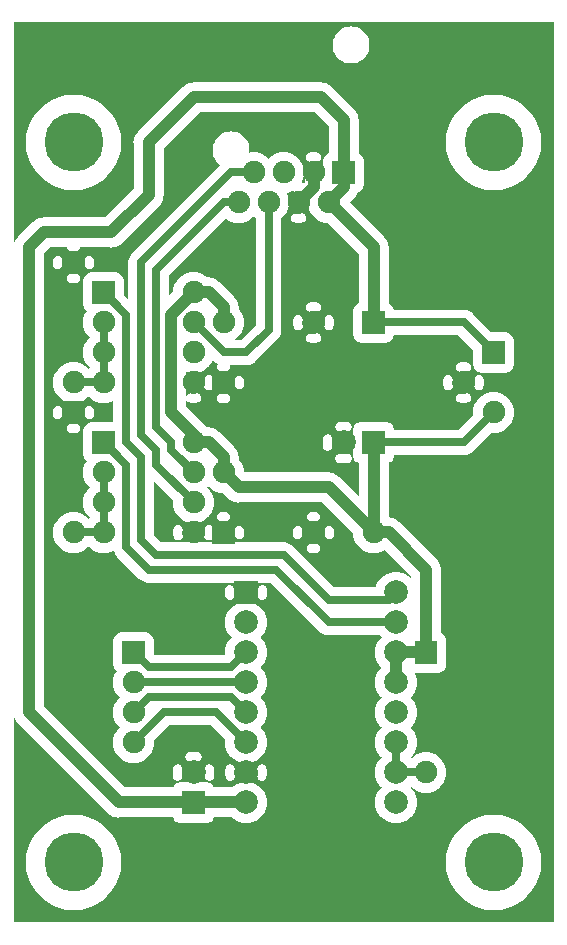
<source format=gbr>
From c3ca4f95bd59f69d45e582a4149327f57a360760 Mon Sep 17 00:00:00 2001
From: jaseg <git@jaseg.de>
Date: Sun, 30 Jan 2022 20:11:38 +0100
Subject: Rename gerbonara/gerber package to just gerbonara

---
 gerbonara/tests/resources/geda/driver.bottom.gbr | 5494 ++++++++++++++++++++++
 1 file changed, 5494 insertions(+)
 create mode 100644 gerbonara/tests/resources/geda/driver.bottom.gbr

(limited to 'gerbonara/tests/resources/geda/driver.bottom.gbr')

diff --git a/gerbonara/tests/resources/geda/driver.bottom.gbr b/gerbonara/tests/resources/geda/driver.bottom.gbr
new file mode 100644
index 0000000..ec5c358
--- /dev/null
+++ b/gerbonara/tests/resources/geda/driver.bottom.gbr
@@ -0,0 +1,5494 @@
+G04 start of page 3 for group 1 idx 2 *
+G04 Title: driver, bottom *
+G04 Creator: pcb 20140316 *
+G04 CreationDate: Sat 06 Feb 2016 05:28:38 PM GMT UTC *
+G04 For: rxdtxd *
+G04 Format: Gerber/RS-274X *
+G04 PCB-Dimensions (mil): 1800.00 3000.00 *
+G04 PCB-Coordinate-Origin: lower left *
+%MOIN*%
+%FSLAX25Y25*%
+%LNBOTTOM*%
+%ADD28C,0.0630*%
+%ADD27C,0.0394*%
+%ADD26C,0.0315*%
+%ADD25C,0.1181*%
+%ADD24C,0.1969*%
+%ADD23C,0.0787*%
+%ADD22C,0.0750*%
+%ADD21C,0.0250*%
+%ADD20C,0.0400*%
+%ADD19C,0.0001*%
+G54D19*G36*
+X99997Y270000D02*X100429D01*
+X105000Y265429D01*
+Y256479D01*
+X104884Y256431D01*
+X104481Y256185D01*
+X104122Y255878D01*
+X103815Y255519D01*
+X103569Y255116D01*
+X103388Y254680D01*
+X103278Y254221D01*
+X103250Y253750D01*
+X103275Y246528D01*
+X103000Y246462D01*
+Y250000D01*
+X102972Y250471D01*
+X102862Y250930D01*
+X102681Y251366D01*
+X102435Y251769D01*
+X102128Y252128D01*
+X101769Y252435D01*
+X101366Y252681D01*
+X100930Y252862D01*
+X100471Y252972D01*
+X100000Y253009D01*
+X99997Y253009D01*
+Y253750D01*
+X100000Y253750D01*
+X100400Y253729D01*
+X100796Y253664D01*
+X101029Y253628D01*
+X101265Y253633D01*
+X101498Y253675D01*
+X101721Y253753D01*
+X101929Y253865D01*
+X102116Y254008D01*
+X102280Y254178D01*
+X102414Y254372D01*
+X102517Y254585D01*
+X102585Y254811D01*
+X102617Y255045D01*
+X102612Y255281D01*
+X102570Y255513D01*
+X102492Y255736D01*
+X102380Y255944D01*
+X102237Y256132D01*
+X102067Y256295D01*
+X101873Y256430D01*
+X101660Y256532D01*
+X101433Y256596D01*
+X100722Y256721D01*
+X100000Y256760D01*
+X99997Y256760D01*
+Y270000D01*
+G37*
+G36*
+X58833Y266762D02*X62071Y270000D01*
+X99997D01*
+Y256760D01*
+X99278Y256721D01*
+X98565Y256606D01*
+X98338Y256538D01*
+X98124Y256435D01*
+X97930Y256299D01*
+X97758Y256136D01*
+X97615Y255947D01*
+X97503Y255738D01*
+X97425Y255514D01*
+X97383Y255281D01*
+X97378Y255044D01*
+X97410Y254810D01*
+X97478Y254583D01*
+X97581Y254369D01*
+X97716Y254175D01*
+X97880Y254004D01*
+X98069Y253860D01*
+X98277Y253748D01*
+X98501Y253670D01*
+X98734Y253628D01*
+X98971Y253623D01*
+X99205Y253659D01*
+X99600Y253729D01*
+X99997Y253750D01*
+Y253009D01*
+X99529Y252972D01*
+X99070Y252862D01*
+X98634Y252681D01*
+X98231Y252435D01*
+X97872Y252128D01*
+X97565Y251769D01*
+X97319Y251366D01*
+X97138Y250930D01*
+X97028Y250471D01*
+X97000Y250000D01*
+Y246342D01*
+X96873Y246430D01*
+X96660Y246532D01*
+X96433Y246596D01*
+X95889Y246692D01*
+X96033Y246926D01*
+X96439Y247908D01*
+X96687Y248941D01*
+X96750Y250000D01*
+X96687Y251059D01*
+X96439Y252092D01*
+X96033Y253074D01*
+X95478Y253980D01*
+X94788Y254788D01*
+X93980Y255478D01*
+X93074Y256033D01*
+X92092Y256439D01*
+X91059Y256687D01*
+X90000Y256771D01*
+X88941Y256687D01*
+X87908Y256439D01*
+X86926Y256033D01*
+X86020Y255478D01*
+X85212Y254788D01*
+X85000Y254539D01*
+X84788Y254788D01*
+X83980Y255478D01*
+X83074Y256033D01*
+X82092Y256439D01*
+X81059Y256687D01*
+X80000Y256771D01*
+X78941Y256687D01*
+X78597Y256605D01*
+X78650Y257500D01*
+X78593Y258465D01*
+X78367Y259406D01*
+X77996Y260300D01*
+X77490Y261126D01*
+X76862Y261862D01*
+X76126Y262490D01*
+X75300Y262996D01*
+X74406Y263367D01*
+X73465Y263593D01*
+X72500Y263669D01*
+X71535Y263593D01*
+X70594Y263367D01*
+X69700Y262996D01*
+X68874Y262490D01*
+X68138Y261862D01*
+X67510Y261126D01*
+X67004Y260300D01*
+X66633Y259406D01*
+X66407Y258465D01*
+X66331Y257500D01*
+X66407Y256535D01*
+X66633Y255594D01*
+X67004Y254700D01*
+X67510Y253874D01*
+X68138Y253138D01*
+X68874Y252510D01*
+X68952Y252462D01*
+X58833Y242344D01*
+Y266762D01*
+G37*
+G36*
+X159976Y163231D02*X160000Y163229D01*
+X161059Y163313D01*
+X162092Y163561D01*
+X163074Y163967D01*
+X163980Y164522D01*
+X164788Y165212D01*
+X165478Y166020D01*
+X166033Y166926D01*
+X166439Y167908D01*
+X166687Y168941D01*
+X166750Y170000D01*
+X166687Y171059D01*
+X166439Y172092D01*
+X166033Y173074D01*
+X165478Y173980D01*
+X164788Y174788D01*
+X163980Y175478D01*
+X163074Y176033D01*
+X162092Y176439D01*
+X161059Y176687D01*
+X160000Y176771D01*
+X159976Y176769D01*
+Y183263D01*
+X164221Y183278D01*
+X164680Y183388D01*
+X165116Y183569D01*
+X165519Y183815D01*
+X165878Y184122D01*
+X166185Y184481D01*
+X166431Y184884D01*
+X166612Y185320D01*
+X166722Y185779D01*
+X166750Y186250D01*
+X166722Y194221D01*
+X166612Y194680D01*
+X166431Y195116D01*
+X166185Y195519D01*
+X165878Y195878D01*
+X165519Y196185D01*
+X165116Y196431D01*
+X164680Y196612D01*
+X164221Y196722D01*
+X163750Y196750D01*
+X159976Y196737D01*
+Y244111D01*
+X160000Y244109D01*
+X162486Y244304D01*
+X164911Y244886D01*
+X167215Y245841D01*
+X169341Y247144D01*
+X171237Y248763D01*
+X172856Y250659D01*
+X174159Y252785D01*
+X175114Y255089D01*
+X175696Y257514D01*
+X175843Y260000D01*
+X175696Y262486D01*
+X175114Y264911D01*
+X174159Y267215D01*
+X172856Y269341D01*
+X171237Y271237D01*
+X169341Y272856D01*
+X167215Y274159D01*
+X164911Y275114D01*
+X162486Y275696D01*
+X160000Y275891D01*
+X159976Y275889D01*
+Y300000D01*
+X180000D01*
+Y0D01*
+X159976D01*
+Y4111D01*
+X160000Y4109D01*
+X162486Y4304D01*
+X164911Y4886D01*
+X167215Y5841D01*
+X169341Y7144D01*
+X171237Y8763D01*
+X172856Y10659D01*
+X174159Y12785D01*
+X175114Y15089D01*
+X175696Y17514D01*
+X175843Y20000D01*
+X175696Y22486D01*
+X175114Y24911D01*
+X174159Y27215D01*
+X172856Y29341D01*
+X171237Y31237D01*
+X169341Y32856D01*
+X167215Y34159D01*
+X164911Y35114D01*
+X162486Y35696D01*
+X160000Y35891D01*
+X159976Y35889D01*
+Y163231D01*
+G37*
+G36*
+Y196737D02*X159276Y196734D01*
+X153123Y202887D01*
+X153014Y203014D01*
+X152506Y203449D01*
+X152506Y203449D01*
+X152156Y203663D01*
+X151935Y203798D01*
+X151317Y204054D01*
+X150667Y204211D01*
+X150000Y204263D01*
+X149833Y204250D01*
+X126715D01*
+X126612Y204680D01*
+X126431Y205116D01*
+X126185Y205519D01*
+X125878Y205878D01*
+X125519Y206185D01*
+X125116Y206431D01*
+X125000Y206479D01*
+Y224804D01*
+X125015Y225000D01*
+X124954Y225784D01*
+X124954Y225785D01*
+X124770Y226550D01*
+X124469Y227277D01*
+X124058Y227948D01*
+X123546Y228546D01*
+X123397Y228674D01*
+X112491Y239581D01*
+Y240419D01*
+X113397Y241326D01*
+X113546Y241454D01*
+X114057Y242052D01*
+X114058Y242052D01*
+X114469Y242723D01*
+X114758Y243420D01*
+X115116Y243569D01*
+X115519Y243815D01*
+X115878Y244122D01*
+X116185Y244481D01*
+X116431Y244884D01*
+X116612Y245320D01*
+X116722Y245779D01*
+X116750Y246250D01*
+X116722Y254221D01*
+X116612Y254680D01*
+X116431Y255116D01*
+X116185Y255519D01*
+X115878Y255878D01*
+X115519Y256185D01*
+X115116Y256431D01*
+X115000Y256479D01*
+Y267304D01*
+X115015Y267500D01*
+X114954Y268285D01*
+X114770Y269050D01*
+X114469Y269777D01*
+X114313Y270032D01*
+X114058Y270448D01*
+X113546Y271046D01*
+X113397Y271174D01*
+X112491Y272081D01*
+Y286332D01*
+X112500Y286331D01*
+X113465Y286407D01*
+X114406Y286633D01*
+X115300Y287004D01*
+X116126Y287510D01*
+X116862Y288138D01*
+X117490Y288874D01*
+X117996Y289700D01*
+X118367Y290594D01*
+X118593Y291535D01*
+X118650Y292500D01*
+X118593Y293465D01*
+X118367Y294406D01*
+X117996Y295300D01*
+X117490Y296126D01*
+X116862Y296862D01*
+X116126Y297490D01*
+X115300Y297996D01*
+X114406Y298367D01*
+X113465Y298593D01*
+X112500Y298669D01*
+X112491Y298668D01*
+Y300000D01*
+X159976D01*
+Y275889D01*
+X157514Y275696D01*
+X155089Y275114D01*
+X152785Y274159D01*
+X150659Y272856D01*
+X148763Y271237D01*
+X147144Y269341D01*
+X145841Y267215D01*
+X144886Y264911D01*
+X144304Y262486D01*
+X144109Y260000D01*
+X144304Y257514D01*
+X144886Y255089D01*
+X145841Y252785D01*
+X147144Y250659D01*
+X148763Y248763D01*
+X150659Y247144D01*
+X152785Y245841D01*
+X155089Y244886D01*
+X157514Y244304D01*
+X159976Y244111D01*
+Y196737D01*
+G37*
+G36*
+X112491Y272081D02*X106174Y278397D01*
+X106046Y278546D01*
+X105448Y279058D01*
+X105032Y279313D01*
+X104777Y279469D01*
+X104050Y279770D01*
+X103285Y279954D01*
+X102500Y280015D01*
+X102304Y280000D01*
+X60196D01*
+X60000Y280015D01*
+X59215Y279954D01*
+X58833Y279862D01*
+Y300000D01*
+X112491D01*
+Y298668D01*
+X111535Y298593D01*
+X110594Y298367D01*
+X109700Y297996D01*
+X108874Y297490D01*
+X108138Y296862D01*
+X107510Y296126D01*
+X107004Y295300D01*
+X106633Y294406D01*
+X106407Y293465D01*
+X106331Y292500D01*
+X106407Y291535D01*
+X106633Y290594D01*
+X107004Y289700D01*
+X107510Y288874D01*
+X108138Y288138D01*
+X108874Y287510D01*
+X109700Y287004D01*
+X110594Y286633D01*
+X111535Y286407D01*
+X112491Y286332D01*
+Y272081D01*
+G37*
+G36*
+Y239581D02*X112071Y240000D01*
+X112491Y240419D01*
+Y239581D01*
+G37*
+G36*
+X159976Y176769D02*X158941Y176687D01*
+X157908Y176439D01*
+X156926Y176033D01*
+X156020Y175478D01*
+X155212Y174788D01*
+X155191Y174763D01*
+Y177386D01*
+X155281Y177388D01*
+X155513Y177430D01*
+X155736Y177508D01*
+X155944Y177620D01*
+X156132Y177763D01*
+X156295Y177933D01*
+X156430Y178127D01*
+X156532Y178340D01*
+X156596Y178567D01*
+X156721Y179278D01*
+X156760Y180000D01*
+X156721Y180722D01*
+X156606Y181435D01*
+X156538Y181662D01*
+X156435Y181876D01*
+X156299Y182070D01*
+X156136Y182242D01*
+X155947Y182385D01*
+X155738Y182497D01*
+X155514Y182575D01*
+X155281Y182617D01*
+X155191Y182619D01*
+Y183441D01*
+X155320Y183388D01*
+X155779Y183278D01*
+X156250Y183250D01*
+X159976Y183263D01*
+Y176769D01*
+G37*
+G36*
+X155191Y174763D02*X154522Y173980D01*
+X153967Y173074D01*
+X153561Y172092D01*
+X153313Y171059D01*
+X153229Y170000D01*
+X153285Y169295D01*
+X150003Y166013D01*
+Y173240D01*
+X150722Y173279D01*
+X151435Y173394D01*
+X151662Y173462D01*
+X151876Y173565D01*
+X152070Y173701D01*
+X152242Y173864D01*
+X152385Y174053D01*
+X152497Y174262D01*
+X152575Y174486D01*
+X152617Y174719D01*
+X152622Y174956D01*
+X152590Y175190D01*
+X152522Y175417D01*
+X152419Y175631D01*
+X152284Y175825D01*
+X152120Y175996D01*
+X151931Y176140D01*
+X151723Y176252D01*
+X151499Y176330D01*
+X151266Y176372D01*
+X151029Y176377D01*
+X150795Y176341D01*
+X150400Y176271D01*
+X150003Y176250D01*
+Y183750D01*
+X150400Y183729D01*
+X150796Y183664D01*
+X151029Y183628D01*
+X151265Y183633D01*
+X151498Y183675D01*
+X151721Y183753D01*
+X151929Y183865D01*
+X152116Y184008D01*
+X152280Y184178D01*
+X152414Y184372D01*
+X152517Y184585D01*
+X152585Y184811D01*
+X152617Y185045D01*
+X152612Y185281D01*
+X152570Y185513D01*
+X152492Y185736D01*
+X152380Y185944D01*
+X152237Y186132D01*
+X152067Y186295D01*
+X151873Y186430D01*
+X151660Y186532D01*
+X151433Y186596D01*
+X150722Y186721D01*
+X150003Y186760D01*
+Y193987D01*
+X153261Y190729D01*
+X153278Y185779D01*
+X153388Y185320D01*
+X153569Y184884D01*
+X153815Y184481D01*
+X154122Y184122D01*
+X154481Y183815D01*
+X154884Y183569D01*
+X155191Y183441D01*
+Y182619D01*
+X155044Y182622D01*
+X154810Y182590D01*
+X154583Y182522D01*
+X154369Y182419D01*
+X154175Y182284D01*
+X154004Y182120D01*
+X153860Y181931D01*
+X153748Y181723D01*
+X153670Y181499D01*
+X153628Y181266D01*
+X153623Y181029D01*
+X153659Y180795D01*
+X153729Y180400D01*
+X153750Y180000D01*
+X153729Y179600D01*
+X153664Y179204D01*
+X153628Y178971D01*
+X153633Y178735D01*
+X153675Y178502D01*
+X153753Y178279D01*
+X153865Y178071D01*
+X154008Y177884D01*
+X154178Y177720D01*
+X154372Y177586D01*
+X154585Y177483D01*
+X154811Y177415D01*
+X155045Y177383D01*
+X155191Y177386D01*
+Y174763D01*
+G37*
+G36*
+X150003Y166013D02*X148240Y164250D01*
+X144809D01*
+Y177381D01*
+X144956Y177378D01*
+X145190Y177410D01*
+X145417Y177478D01*
+X145631Y177581D01*
+X145825Y177716D01*
+X145996Y177880D01*
+X146140Y178069D01*
+X146252Y178277D01*
+X146330Y178501D01*
+X146372Y178734D01*
+X146377Y178971D01*
+X146341Y179205D01*
+X146271Y179600D01*
+X146250Y180000D01*
+X146271Y180400D01*
+X146336Y180796D01*
+X146372Y181029D01*
+X146367Y181265D01*
+X146325Y181498D01*
+X146247Y181721D01*
+X146135Y181929D01*
+X145992Y182116D01*
+X145822Y182280D01*
+X145628Y182414D01*
+X145415Y182517D01*
+X145189Y182585D01*
+X144955Y182617D01*
+X144809Y182614D01*
+Y195750D01*
+X148240D01*
+X150003Y193987D01*
+Y186760D01*
+X150000Y186760D01*
+X149278Y186721D01*
+X148565Y186606D01*
+X148338Y186538D01*
+X148124Y186435D01*
+X147930Y186299D01*
+X147758Y186136D01*
+X147615Y185947D01*
+X147503Y185738D01*
+X147425Y185514D01*
+X147383Y185281D01*
+X147378Y185044D01*
+X147410Y184810D01*
+X147478Y184583D01*
+X147581Y184369D01*
+X147716Y184175D01*
+X147880Y184004D01*
+X148069Y183860D01*
+X148277Y183748D01*
+X148501Y183670D01*
+X148734Y183628D01*
+X148971Y183623D01*
+X149205Y183659D01*
+X149600Y183729D01*
+X150000Y183750D01*
+X150003Y183750D01*
+Y176250D01*
+X150000Y176250D01*
+X149600Y176271D01*
+X149204Y176336D01*
+X148971Y176372D01*
+X148735Y176367D01*
+X148502Y176325D01*
+X148279Y176247D01*
+X148071Y176135D01*
+X147884Y175992D01*
+X147720Y175822D01*
+X147586Y175628D01*
+X147483Y175415D01*
+X147415Y175189D01*
+X147383Y174955D01*
+X147388Y174719D01*
+X147430Y174487D01*
+X147508Y174264D01*
+X147620Y174056D01*
+X147763Y173868D01*
+X147933Y173705D01*
+X148127Y173570D01*
+X148340Y173468D01*
+X148567Y173404D01*
+X149278Y173279D01*
+X150000Y173240D01*
+X150003Y173240D01*
+Y166013D01*
+G37*
+G36*
+X144809Y164250D02*X126910D01*
+X126909Y164408D01*
+X126799Y164867D01*
+X126618Y165303D01*
+X126372Y165706D01*
+X126065Y166065D01*
+X125706Y166372D01*
+X125303Y166618D01*
+X124867Y166799D01*
+X124408Y166909D01*
+X123937Y166937D01*
+X115592Y166909D01*
+X115133Y166799D01*
+X114697Y166618D01*
+X114294Y166372D01*
+X113935Y166065D01*
+X113628Y165706D01*
+X113382Y165303D01*
+X113201Y164867D01*
+X113091Y164408D01*
+X113063Y163937D01*
+X113091Y155592D01*
+X113201Y155133D01*
+X113382Y154697D01*
+X113628Y154294D01*
+X113935Y153935D01*
+X114294Y153628D01*
+X114697Y153382D01*
+X115000Y153256D01*
+Y142071D01*
+X110002Y147069D01*
+Y153063D01*
+X110324D01*
+X110970Y153124D01*
+X111608Y153244D01*
+X111833Y153315D01*
+X112045Y153423D01*
+X112236Y153561D01*
+X112404Y153728D01*
+X112544Y153920D01*
+X112652Y154130D01*
+X112725Y154356D01*
+X112763Y154589D01*
+X112763Y154826D01*
+X112727Y155060D01*
+X112654Y155285D01*
+X112547Y155497D01*
+X112408Y155688D01*
+X112241Y155856D01*
+X112050Y155996D01*
+X111839Y156104D01*
+X111614Y156177D01*
+X111380Y156215D01*
+X111143Y156215D01*
+X110910Y156174D01*
+X110550Y156102D01*
+X110184Y156067D01*
+X110002D01*
+Y163933D01*
+X110184D01*
+X110550Y163898D01*
+X110911Y163830D01*
+X111144Y163789D01*
+X111380Y163790D01*
+X111613Y163827D01*
+X111837Y163900D01*
+X112047Y164008D01*
+X112238Y164147D01*
+X112405Y164314D01*
+X112543Y164506D01*
+X112650Y164716D01*
+X112722Y164941D01*
+X112759Y165174D01*
+X112758Y165410D01*
+X112721Y165643D01*
+X112648Y165868D01*
+X112540Y166078D01*
+X112401Y166269D01*
+X112234Y166435D01*
+X112042Y166574D01*
+X111832Y166681D01*
+X111606Y166749D01*
+X110970Y166876D01*
+X110324Y166937D01*
+X110002D01*
+Y227927D01*
+X115000Y222929D01*
+Y206479D01*
+X114884Y206431D01*
+X114481Y206185D01*
+X114122Y205878D01*
+X113815Y205519D01*
+X113569Y205116D01*
+X113388Y204680D01*
+X113278Y204221D01*
+X113250Y203750D01*
+X113278Y195779D01*
+X113388Y195320D01*
+X113569Y194884D01*
+X113815Y194481D01*
+X114122Y194122D01*
+X114481Y193815D01*
+X114884Y193569D01*
+X115320Y193388D01*
+X115779Y193278D01*
+X116250Y193250D01*
+X124221Y193278D01*
+X124680Y193388D01*
+X125116Y193569D01*
+X125519Y193815D01*
+X125878Y194122D01*
+X126185Y194481D01*
+X126431Y194884D01*
+X126612Y195320D01*
+X126715Y195750D01*
+X144809D01*
+Y182614D01*
+X144719Y182612D01*
+X144487Y182570D01*
+X144264Y182492D01*
+X144056Y182380D01*
+X143868Y182237D01*
+X143705Y182067D01*
+X143570Y181873D01*
+X143468Y181660D01*
+X143404Y181433D01*
+X143279Y180722D01*
+X143240Y180000D01*
+X143279Y179278D01*
+X143394Y178565D01*
+X143462Y178338D01*
+X143565Y178124D01*
+X143701Y177930D01*
+X143864Y177758D01*
+X144053Y177615D01*
+X144262Y177503D01*
+X144486Y177425D01*
+X144719Y177383D01*
+X144809Y177381D01*
+Y164250D01*
+G37*
+G36*
+X110002Y147069D02*X108674Y148397D01*
+X108546Y148546D01*
+X107948Y149058D01*
+X107532Y149313D01*
+X107277Y149469D01*
+X106550Y149770D01*
+X105785Y149954D01*
+X105191Y150000D01*
+Y157316D01*
+X105285Y157346D01*
+X105497Y157453D01*
+X105688Y157592D01*
+X105856Y157759D01*
+X105996Y157950D01*
+X106104Y158161D01*
+X106177Y158386D01*
+X106215Y158620D01*
+X106215Y158857D01*
+X106174Y159090D01*
+X106102Y159450D01*
+X106067Y159816D01*
+Y160184D01*
+X106102Y160550D01*
+X106170Y160911D01*
+X106211Y161144D01*
+X106210Y161380D01*
+X106173Y161613D01*
+X106100Y161837D01*
+X105992Y162047D01*
+X105853Y162238D01*
+X105686Y162405D01*
+X105494Y162543D01*
+X105284Y162650D01*
+X105191Y162680D01*
+Y197386D01*
+X105281Y197388D01*
+X105513Y197430D01*
+X105736Y197508D01*
+X105944Y197620D01*
+X106132Y197763D01*
+X106295Y197933D01*
+X106430Y198127D01*
+X106532Y198340D01*
+X106596Y198567D01*
+X106721Y199278D01*
+X106760Y200000D01*
+X106721Y200722D01*
+X106606Y201435D01*
+X106538Y201662D01*
+X106435Y201876D01*
+X106299Y202070D01*
+X106136Y202242D01*
+X105947Y202385D01*
+X105738Y202497D01*
+X105514Y202575D01*
+X105281Y202617D01*
+X105191Y202619D01*
+Y232738D01*
+X110002Y227927D01*
+Y166937D01*
+X109676D01*
+X109030Y166876D01*
+X108392Y166756D01*
+X108167Y166685D01*
+X107955Y166577D01*
+X107764Y166439D01*
+X107596Y166272D01*
+X107456Y166080D01*
+X107348Y165870D01*
+X107275Y165644D01*
+X107237Y165411D01*
+X107237Y165174D01*
+X107273Y164940D01*
+X107346Y164715D01*
+X107453Y164503D01*
+X107592Y164312D01*
+X107759Y164144D01*
+X107950Y164004D01*
+X108161Y163896D01*
+X108386Y163823D01*
+X108620Y163785D01*
+X108857Y163785D01*
+X109090Y163826D01*
+X109450Y163898D01*
+X109816Y163933D01*
+X110002D01*
+Y156067D01*
+X109816D01*
+X109450Y156102D01*
+X109089Y156170D01*
+X108856Y156211D01*
+X108620Y156210D01*
+X108387Y156173D01*
+X108163Y156100D01*
+X107953Y155992D01*
+X107762Y155853D01*
+X107595Y155686D01*
+X107457Y155494D01*
+X107350Y155284D01*
+X107278Y155059D01*
+X107241Y154826D01*
+X107242Y154590D01*
+X107279Y154357D01*
+X107352Y154132D01*
+X107460Y153922D01*
+X107599Y153731D01*
+X107766Y153565D01*
+X107958Y153426D01*
+X108168Y153319D01*
+X108394Y153251D01*
+X109030Y153124D01*
+X109676Y153063D01*
+X110002D01*
+Y147069D01*
+G37*
+G36*
+X105191Y150000D02*X105000Y150015D01*
+X104804Y150000D01*
+X100003D01*
+Y193240D01*
+X100722Y193279D01*
+X101435Y193394D01*
+X101662Y193462D01*
+X101876Y193565D01*
+X102070Y193701D01*
+X102242Y193864D01*
+X102385Y194053D01*
+X102497Y194262D01*
+X102575Y194486D01*
+X102617Y194719D01*
+X102622Y194956D01*
+X102590Y195190D01*
+X102522Y195417D01*
+X102419Y195631D01*
+X102284Y195825D01*
+X102120Y195996D01*
+X101931Y196140D01*
+X101723Y196252D01*
+X101499Y196330D01*
+X101266Y196372D01*
+X101029Y196377D01*
+X100795Y196341D01*
+X100400Y196271D01*
+X100003Y196250D01*
+Y203750D01*
+X100400Y203729D01*
+X100796Y203664D01*
+X101029Y203628D01*
+X101265Y203633D01*
+X101498Y203675D01*
+X101721Y203753D01*
+X101929Y203865D01*
+X102116Y204008D01*
+X102280Y204178D01*
+X102414Y204372D01*
+X102517Y204585D01*
+X102585Y204811D01*
+X102617Y205045D01*
+X102612Y205281D01*
+X102570Y205513D01*
+X102492Y205736D01*
+X102380Y205944D01*
+X102237Y206132D01*
+X102067Y206295D01*
+X101873Y206430D01*
+X101660Y206532D01*
+X101433Y206596D01*
+X100722Y206721D01*
+X100003Y206760D01*
+Y235458D01*
+X100212Y235212D01*
+X101020Y234522D01*
+X101926Y233967D01*
+X102908Y233561D01*
+X103941Y233313D01*
+X104674Y233255D01*
+X105191Y232738D01*
+Y202619D01*
+X105044Y202622D01*
+X104810Y202590D01*
+X104583Y202522D01*
+X104369Y202419D01*
+X104175Y202284D01*
+X104004Y202120D01*
+X103860Y201931D01*
+X103748Y201723D01*
+X103670Y201499D01*
+X103628Y201266D01*
+X103623Y201029D01*
+X103659Y200795D01*
+X103729Y200400D01*
+X103750Y200000D01*
+X103729Y199600D01*
+X103664Y199204D01*
+X103628Y198971D01*
+X103633Y198735D01*
+X103675Y198502D01*
+X103753Y198279D01*
+X103865Y198071D01*
+X104008Y197884D01*
+X104178Y197720D01*
+X104372Y197586D01*
+X104585Y197483D01*
+X104811Y197415D01*
+X105045Y197383D01*
+X105191Y197386D01*
+Y162680D01*
+X105059Y162722D01*
+X104826Y162759D01*
+X104590Y162758D01*
+X104357Y162721D01*
+X104132Y162648D01*
+X103922Y162540D01*
+X103731Y162401D01*
+X103565Y162234D01*
+X103426Y162042D01*
+X103319Y161832D01*
+X103251Y161606D01*
+X103124Y160970D01*
+X103063Y160324D01*
+Y159676D01*
+X103124Y159030D01*
+X103244Y158392D01*
+X103315Y158167D01*
+X103423Y157955D01*
+X103561Y157764D01*
+X103728Y157596D01*
+X103920Y157456D01*
+X104130Y157348D01*
+X104356Y157275D01*
+X104589Y157237D01*
+X104826Y157237D01*
+X105060Y157273D01*
+X105191Y157316D01*
+Y150000D01*
+G37*
+G36*
+X100003Y150000D02*X94809D01*
+Y197381D01*
+X94956Y197378D01*
+X95190Y197410D01*
+X95417Y197478D01*
+X95631Y197581D01*
+X95825Y197716D01*
+X95996Y197880D01*
+X96140Y198069D01*
+X96252Y198277D01*
+X96330Y198501D01*
+X96372Y198734D01*
+X96377Y198971D01*
+X96341Y199205D01*
+X96271Y199600D01*
+X96250Y200000D01*
+X96271Y200400D01*
+X96336Y200796D01*
+X96372Y201029D01*
+X96367Y201265D01*
+X96325Y201498D01*
+X96247Y201721D01*
+X96135Y201929D01*
+X95992Y202116D01*
+X95822Y202280D01*
+X95628Y202414D01*
+X95415Y202517D01*
+X95189Y202585D01*
+X94955Y202617D01*
+X94809Y202614D01*
+Y233251D01*
+X95000Y233240D01*
+X95722Y233279D01*
+X96435Y233394D01*
+X96662Y233462D01*
+X96876Y233565D01*
+X97070Y233701D01*
+X97242Y233864D01*
+X97385Y234053D01*
+X97497Y234262D01*
+X97575Y234486D01*
+X97617Y234719D01*
+X97622Y234956D01*
+X97590Y235190D01*
+X97522Y235417D01*
+X97419Y235631D01*
+X97284Y235825D01*
+X97120Y235996D01*
+X96931Y236140D01*
+X96723Y236252D01*
+X96499Y236330D01*
+X96266Y236372D01*
+X96029Y236377D01*
+X95795Y236341D01*
+X95400Y236271D01*
+X95000Y236250D01*
+X94809Y236260D01*
+Y237006D01*
+X95000Y236991D01*
+X95471Y237028D01*
+X95930Y237138D01*
+X96366Y237319D01*
+X96769Y237565D01*
+X97121Y237879D01*
+X98303Y239060D01*
+X98313Y238941D01*
+X98561Y237908D01*
+X98967Y236926D01*
+X99522Y236020D01*
+X100003Y235458D01*
+Y206760D01*
+X100000Y206760D01*
+X99278Y206721D01*
+X98565Y206606D01*
+X98338Y206538D01*
+X98124Y206435D01*
+X97930Y206299D01*
+X97758Y206136D01*
+X97615Y205947D01*
+X97503Y205738D01*
+X97425Y205514D01*
+X97383Y205281D01*
+X97378Y205044D01*
+X97410Y204810D01*
+X97478Y204583D01*
+X97581Y204369D01*
+X97716Y204175D01*
+X97880Y204004D01*
+X98069Y203860D01*
+X98277Y203748D01*
+X98501Y203670D01*
+X98734Y203628D01*
+X98971Y203623D01*
+X99205Y203659D01*
+X99600Y203729D01*
+X100000Y203750D01*
+X100003Y203750D01*
+Y196250D01*
+X100000Y196250D01*
+X99600Y196271D01*
+X99204Y196336D01*
+X98971Y196372D01*
+X98735Y196367D01*
+X98502Y196325D01*
+X98279Y196247D01*
+X98071Y196135D01*
+X97884Y195992D01*
+X97720Y195822D01*
+X97586Y195628D01*
+X97483Y195415D01*
+X97415Y195189D01*
+X97383Y194955D01*
+X97388Y194719D01*
+X97430Y194487D01*
+X97508Y194264D01*
+X97620Y194056D01*
+X97763Y193868D01*
+X97933Y193705D01*
+X98127Y193570D01*
+X98340Y193468D01*
+X98567Y193404D01*
+X99278Y193279D01*
+X100000Y193240D01*
+X100003Y193240D01*
+Y150000D01*
+G37*
+G36*
+X94809D02*X77071D01*
+X76730Y150341D01*
+X76687Y151059D01*
+X76439Y152092D01*
+X76033Y153074D01*
+X75478Y153980D01*
+X75250Y154246D01*
+Y177745D01*
+X75485Y177764D01*
+X75715Y177819D01*
+X75933Y177909D01*
+X76134Y178033D01*
+X76314Y178186D01*
+X76467Y178366D01*
+X76591Y178567D01*
+X76681Y178785D01*
+X76736Y179015D01*
+X76750Y179250D01*
+Y180750D01*
+X76736Y180985D01*
+X76681Y181215D01*
+X76591Y181433D01*
+X76467Y181634D01*
+X76314Y181814D01*
+X76134Y181967D01*
+X75933Y182091D01*
+X75715Y182181D01*
+X75485Y182236D01*
+X75250Y182255D01*
+Y185750D01*
+X77333D01*
+X77500Y185737D01*
+X78167Y185789D01*
+X78167Y185789D01*
+X78817Y185946D01*
+X79435Y186202D01*
+X80006Y186551D01*
+X80514Y186986D01*
+X80623Y187113D01*
+X87887Y194377D01*
+X88014Y194486D01*
+X88449Y194994D01*
+X88449Y194994D01*
+X88798Y195565D01*
+X89054Y196183D01*
+X89211Y196833D01*
+X89263Y197500D01*
+X89250Y197667D01*
+Y234753D01*
+X89788Y235212D01*
+X90478Y236020D01*
+X91033Y236926D01*
+X91439Y237908D01*
+X91687Y238941D01*
+X91750Y240000D01*
+X91687Y241059D01*
+X91439Y242092D01*
+X91033Y243074D01*
+X90895Y243300D01*
+X91059Y243313D01*
+X92092Y243561D01*
+X92979Y243928D01*
+X93069Y243860D01*
+X93277Y243748D01*
+X93501Y243670D01*
+X93734Y243628D01*
+X93971Y243623D01*
+X94205Y243659D01*
+X94462Y243704D01*
+X92879Y242121D01*
+X92565Y241769D01*
+X92319Y241366D01*
+X92138Y240930D01*
+X92028Y240471D01*
+X91991Y240000D01*
+X92028Y239529D01*
+X92138Y239070D01*
+X92319Y238634D01*
+X92565Y238231D01*
+X92872Y237872D01*
+X93231Y237565D01*
+X93634Y237319D01*
+X94070Y237138D01*
+X94529Y237028D01*
+X94809Y237006D01*
+Y236260D01*
+X94600Y236271D01*
+X94204Y236336D01*
+X93971Y236372D01*
+X93735Y236367D01*
+X93502Y236325D01*
+X93279Y236247D01*
+X93071Y236135D01*
+X92884Y235992D01*
+X92720Y235822D01*
+X92586Y235628D01*
+X92483Y235415D01*
+X92415Y235189D01*
+X92383Y234955D01*
+X92388Y234719D01*
+X92430Y234487D01*
+X92508Y234264D01*
+X92620Y234056D01*
+X92763Y233868D01*
+X92933Y233705D01*
+X93127Y233570D01*
+X93340Y233468D01*
+X93567Y233404D01*
+X94278Y233279D01*
+X94809Y233251D01*
+Y202614D01*
+X94719Y202612D01*
+X94487Y202570D01*
+X94264Y202492D01*
+X94056Y202380D01*
+X93868Y202237D01*
+X93705Y202067D01*
+X93570Y201873D01*
+X93468Y201660D01*
+X93404Y201433D01*
+X93279Y200722D01*
+X93240Y200000D01*
+X93279Y199278D01*
+X93394Y198565D01*
+X93462Y198338D01*
+X93565Y198124D01*
+X93701Y197930D01*
+X93864Y197758D01*
+X94053Y197615D01*
+X94262Y197503D01*
+X94486Y197425D01*
+X94719Y197383D01*
+X94809Y197381D01*
+Y150000D01*
+G37*
+G36*
+X75250Y154246D02*X75000Y154539D01*
+Y154804D01*
+X75015Y155000D01*
+X74954Y155784D01*
+X74954Y155785D01*
+X74770Y156550D01*
+X74469Y157277D01*
+X74058Y157948D01*
+X73546Y158546D01*
+X73397Y158674D01*
+X70000Y162071D01*
+Y173250D01*
+X70750D01*
+X70985Y173264D01*
+X71215Y173319D01*
+X71433Y173409D01*
+X71634Y173533D01*
+X71814Y173686D01*
+X71967Y173866D01*
+X72091Y174067D01*
+X72181Y174285D01*
+X72236Y174515D01*
+X72255Y174750D01*
+X72236Y174985D01*
+X72181Y175215D01*
+X72091Y175433D01*
+X71967Y175634D01*
+X71814Y175814D01*
+X71634Y175967D01*
+X71433Y176091D01*
+X71215Y176181D01*
+X70985Y176236D01*
+X70750Y176250D01*
+X70000D01*
+Y183750D01*
+X70750D01*
+X70985Y183764D01*
+X71215Y183819D01*
+X71433Y183909D01*
+X71634Y184033D01*
+X71814Y184186D01*
+X71967Y184366D01*
+X72091Y184567D01*
+X72181Y184785D01*
+X72236Y185015D01*
+X72255Y185250D01*
+X72236Y185485D01*
+X72181Y185715D01*
+X72166Y185750D01*
+X75250D01*
+Y182255D01*
+X75015Y182236D01*
+X74785Y182181D01*
+X74567Y182091D01*
+X74366Y181967D01*
+X74186Y181814D01*
+X74033Y181634D01*
+X73909Y181433D01*
+X73819Y181215D01*
+X73764Y180985D01*
+X73750Y180750D01*
+Y179250D01*
+X73764Y179015D01*
+X73819Y178785D01*
+X73909Y178567D01*
+X74033Y178366D01*
+X74186Y178186D01*
+X74366Y178033D01*
+X74567Y177909D01*
+X74785Y177819D01*
+X75015Y177764D01*
+X75250Y177745D01*
+Y154246D01*
+G37*
+G36*
+X70000Y162071D02*X68674Y163397D01*
+X68546Y163546D01*
+X67948Y164058D01*
+X67277Y164469D01*
+X66550Y164770D01*
+X65785Y164954D01*
+X65784Y164954D01*
+X65005Y165015D01*
+Y177388D01*
+X65045Y177383D01*
+X65281Y177388D01*
+X65513Y177430D01*
+X65736Y177508D01*
+X65944Y177620D01*
+X66132Y177763D01*
+X66295Y177933D01*
+X66430Y178127D01*
+X66532Y178340D01*
+X66596Y178567D01*
+X66721Y179278D01*
+X66760Y180000D01*
+X66721Y180722D01*
+X66606Y181435D01*
+X66538Y181662D01*
+X66435Y181876D01*
+X66299Y182070D01*
+X66136Y182242D01*
+X65947Y182385D01*
+X65738Y182497D01*
+X65514Y182575D01*
+X65281Y182617D01*
+X65044Y182622D01*
+X65005Y182617D01*
+Y185467D01*
+X65478Y186020D01*
+X66033Y186926D01*
+X66335Y187655D01*
+X66877Y187113D01*
+X66986Y186986D01*
+X67494Y186551D01*
+X67494Y186551D01*
+X68065Y186202D01*
+X68083Y186194D01*
+X68033Y186134D01*
+X67909Y185933D01*
+X67819Y185715D01*
+X67764Y185485D01*
+X67745Y185250D01*
+X67764Y185015D01*
+X67819Y184785D01*
+X67909Y184567D01*
+X68033Y184366D01*
+X68186Y184186D01*
+X68366Y184033D01*
+X68567Y183909D01*
+X68785Y183819D01*
+X69015Y183764D01*
+X69250Y183750D01*
+X70000D01*
+Y176250D01*
+X69250D01*
+X69015Y176236D01*
+X68785Y176181D01*
+X68567Y176091D01*
+X68366Y175967D01*
+X68186Y175814D01*
+X68033Y175634D01*
+X67909Y175433D01*
+X67819Y175215D01*
+X67764Y174985D01*
+X67745Y174750D01*
+X67764Y174515D01*
+X67819Y174285D01*
+X67909Y174067D01*
+X68033Y173866D01*
+X68186Y173686D01*
+X68366Y173533D01*
+X68567Y173409D01*
+X68785Y173319D01*
+X69015Y173264D01*
+X69250Y173250D01*
+X70000D01*
+Y162071D01*
+G37*
+G36*
+X65005Y165015D02*X65000Y165015D01*
+X64804Y165000D01*
+X64539D01*
+X64105Y165371D01*
+X64058Y165448D01*
+X63546Y166046D01*
+X63397Y166174D01*
+X58833Y170738D01*
+Y173357D01*
+X59278Y173279D01*
+X60000Y173240D01*
+X60722Y173279D01*
+X61435Y173394D01*
+X61662Y173462D01*
+X61876Y173565D01*
+X62070Y173701D01*
+X62242Y173864D01*
+X62385Y174053D01*
+X62497Y174262D01*
+X62575Y174486D01*
+X62617Y174719D01*
+X62622Y174956D01*
+X62590Y175190D01*
+X62522Y175417D01*
+X62419Y175631D01*
+X62284Y175825D01*
+X62120Y175996D01*
+X61931Y176140D01*
+X61723Y176252D01*
+X61499Y176330D01*
+X61266Y176372D01*
+X61029Y176377D01*
+X60795Y176341D01*
+X60400Y176271D01*
+X60000Y176250D01*
+X59600Y176271D01*
+X59204Y176336D01*
+X58971Y176372D01*
+X58833Y176369D01*
+Y183338D01*
+X58941Y183313D01*
+X60000Y183229D01*
+X61059Y183313D01*
+X62092Y183561D01*
+X63074Y183967D01*
+X63980Y184522D01*
+X64788Y185212D01*
+X65005Y185467D01*
+Y182617D01*
+X64810Y182590D01*
+X64583Y182522D01*
+X64369Y182419D01*
+X64175Y182284D01*
+X64004Y182120D01*
+X63906Y181992D01*
+X63866Y181967D01*
+X63686Y181814D01*
+X63533Y181634D01*
+X63409Y181433D01*
+X63319Y181215D01*
+X63264Y180985D01*
+X63250Y180750D01*
+Y179250D01*
+X63264Y179015D01*
+X63319Y178785D01*
+X63409Y178567D01*
+X63533Y178366D01*
+X63686Y178186D01*
+X63866Y178033D01*
+X63919Y178000D01*
+X64008Y177884D01*
+X64178Y177720D01*
+X64372Y177586D01*
+X64585Y177483D01*
+X64811Y177415D01*
+X65005Y177388D01*
+Y165015D01*
+G37*
+G36*
+X126919Y155750D02*X149833D01*
+X150000Y155737D01*
+X150667Y155789D01*
+X150667Y155789D01*
+X151317Y155946D01*
+X151935Y156202D01*
+X152506Y156551D01*
+X153014Y156986D01*
+X153123Y157113D01*
+X159295Y163285D01*
+X159976Y163231D01*
+Y35889D01*
+X157514Y35696D01*
+X155089Y35114D01*
+X152785Y34159D01*
+X150659Y32856D01*
+X148763Y31237D01*
+X147144Y29341D01*
+X145841Y27215D01*
+X144886Y24911D01*
+X144304Y22486D01*
+X144109Y20000D01*
+X144304Y17514D01*
+X144886Y15089D01*
+X145841Y12785D01*
+X147144Y10659D01*
+X148763Y8763D01*
+X150659Y7144D01*
+X152785Y5841D01*
+X155089Y4886D01*
+X157514Y4304D01*
+X159976Y4111D01*
+Y0D01*
+X82937D01*
+Y35685D01*
+X83129Y35910D01*
+X83700Y36841D01*
+X84118Y37850D01*
+X84373Y38911D01*
+X84437Y40000D01*
+X84373Y41089D01*
+X84118Y42150D01*
+X83700Y43159D01*
+X83129Y44090D01*
+X82937Y44315D01*
+Y47246D01*
+X83143Y47279D01*
+X83368Y47352D01*
+X83578Y47460D01*
+X83769Y47599D01*
+X83935Y47766D01*
+X84074Y47958D01*
+X84181Y48168D01*
+X84249Y48394D01*
+X84376Y49030D01*
+X84437Y49676D01*
+Y50324D01*
+X84376Y50970D01*
+X84256Y51608D01*
+X84185Y51833D01*
+X84077Y52045D01*
+X83939Y52236D01*
+X83772Y52404D01*
+X83580Y52544D01*
+X83370Y52652D01*
+X83144Y52725D01*
+X82937Y52759D01*
+Y55685D01*
+X83129Y55910D01*
+X83700Y56841D01*
+X84118Y57850D01*
+X84373Y58911D01*
+X84437Y60000D01*
+X84373Y61089D01*
+X84118Y62150D01*
+X83700Y63159D01*
+X83129Y64090D01*
+X82937Y64315D01*
+Y65685D01*
+X83129Y65910D01*
+X83700Y66841D01*
+X84118Y67850D01*
+X84373Y68911D01*
+X84437Y70000D01*
+X84373Y71089D01*
+X84118Y72150D01*
+X83700Y73159D01*
+X83129Y74090D01*
+X82937Y74315D01*
+Y75685D01*
+X83129Y75910D01*
+X83700Y76841D01*
+X84118Y77850D01*
+X84373Y78911D01*
+X84437Y80000D01*
+X84373Y81089D01*
+X84118Y82150D01*
+X83700Y83159D01*
+X83129Y84090D01*
+X82937Y84315D01*
+Y85685D01*
+X83129Y85910D01*
+X83700Y86841D01*
+X84118Y87850D01*
+X84373Y88911D01*
+X84437Y90000D01*
+X84373Y91089D01*
+X84118Y92150D01*
+X83700Y93159D01*
+X83129Y94090D01*
+X82937Y94315D01*
+Y95685D01*
+X83129Y95910D01*
+X83700Y96841D01*
+X84118Y97850D01*
+X84373Y98911D01*
+X84437Y100000D01*
+X84373Y101089D01*
+X84118Y102150D01*
+X83700Y103159D01*
+X83129Y104090D01*
+X82937Y104315D01*
+Y107558D01*
+X83172Y107577D01*
+X83402Y107632D01*
+X83620Y107722D01*
+X83821Y107846D01*
+X84001Y107999D01*
+X84154Y108179D01*
+X84278Y108380D01*
+X84368Y108598D01*
+X84423Y108828D01*
+X84437Y109063D01*
+Y110937D01*
+X84423Y111172D01*
+X84368Y111402D01*
+X84278Y111620D01*
+X84154Y111821D01*
+X84001Y112001D01*
+X83821Y112154D01*
+X83620Y112278D01*
+X83402Y112368D01*
+X83172Y112423D01*
+X82937Y112442D01*
+Y113250D01*
+X85740D01*
+X101877Y97113D01*
+X101986Y96986D01*
+X102494Y96551D01*
+X102494Y96551D01*
+X103065Y96202D01*
+X103683Y95946D01*
+X104333Y95789D01*
+X105000Y95737D01*
+X105167Y95750D01*
+X122007D01*
+X122580Y95080D01*
+X122673Y95000D01*
+X122580Y94920D01*
+X121871Y94090D01*
+X121300Y93159D01*
+X120882Y92150D01*
+X120627Y91089D01*
+X120542Y90000D01*
+X120627Y88911D01*
+X120882Y87850D01*
+X121300Y86841D01*
+X121871Y85910D01*
+X122500Y85173D01*
+Y84827D01*
+X121871Y84090D01*
+X121300Y83159D01*
+X120882Y82150D01*
+X120627Y81089D01*
+X120542Y80000D01*
+X120627Y78911D01*
+X120882Y77850D01*
+X121300Y76841D01*
+X121871Y75910D01*
+X122580Y75080D01*
+X122673Y75000D01*
+X122580Y74920D01*
+X121871Y74090D01*
+X121300Y73159D01*
+X120882Y72150D01*
+X120627Y71089D01*
+X120542Y70000D01*
+X120627Y68911D01*
+X120882Y67850D01*
+X121300Y66841D01*
+X121871Y65910D01*
+X122580Y65080D01*
+X122673Y65000D01*
+X122580Y64920D01*
+X121871Y64090D01*
+X121300Y63159D01*
+X120882Y62150D01*
+X120627Y61089D01*
+X120542Y60000D01*
+X120627Y58911D01*
+X120882Y57850D01*
+X121300Y56841D01*
+X121871Y55910D01*
+X122580Y55080D01*
+X122673Y55000D01*
+X122580Y54920D01*
+X121871Y54090D01*
+X121300Y53159D01*
+X120882Y52150D01*
+X120627Y51089D01*
+X120542Y50000D01*
+X120627Y48911D01*
+X120882Y47850D01*
+X121300Y46841D01*
+X121871Y45910D01*
+X122580Y45080D01*
+X122673Y45000D01*
+X122580Y44920D01*
+X121871Y44090D01*
+X121300Y43159D01*
+X120882Y42150D01*
+X120627Y41089D01*
+X120542Y40000D01*
+X120627Y38911D01*
+X120882Y37850D01*
+X121300Y36841D01*
+X121871Y35910D01*
+X122580Y35080D01*
+X123410Y34371D01*
+X124341Y33800D01*
+X125350Y33382D01*
+X126411Y33127D01*
+X127500Y33042D01*
+X128589Y33127D01*
+X129650Y33382D01*
+X130659Y33800D01*
+X131590Y34371D01*
+X132420Y35080D01*
+X133129Y35910D01*
+X133700Y36841D01*
+X134118Y37850D01*
+X134373Y38911D01*
+X134437Y40000D01*
+X134373Y41089D01*
+X134118Y42150D01*
+X133700Y43159D01*
+X133129Y44090D01*
+X132420Y44920D01*
+X132327Y45000D01*
+X132420Y45080D01*
+X132623Y45317D01*
+X132712Y45212D01*
+X133520Y44522D01*
+X134426Y43967D01*
+X135408Y43561D01*
+X136441Y43313D01*
+X137500Y43229D01*
+X138559Y43313D01*
+X139592Y43561D01*
+X140574Y43967D01*
+X141480Y44522D01*
+X142288Y45212D01*
+X142978Y46020D01*
+X143533Y46926D01*
+X143939Y47908D01*
+X144187Y48941D01*
+X144250Y50000D01*
+X144187Y51059D01*
+X143939Y52092D01*
+X143533Y53074D01*
+X142978Y53980D01*
+X142288Y54788D01*
+X141480Y55478D01*
+X140574Y56033D01*
+X139592Y56439D01*
+X138559Y56687D01*
+X137500Y56771D01*
+X136441Y56687D01*
+X135408Y56439D01*
+X134426Y56033D01*
+X133520Y55478D01*
+X132712Y54788D01*
+X132623Y54683D01*
+X132420Y54920D01*
+X132327Y55000D01*
+X132420Y55080D01*
+X133129Y55910D01*
+X133700Y56841D01*
+X134118Y57850D01*
+X134373Y58911D01*
+X134437Y60000D01*
+X134373Y61089D01*
+X134118Y62150D01*
+X133700Y63159D01*
+X133129Y64090D01*
+X132420Y64920D01*
+X132327Y65000D01*
+X132420Y65080D01*
+X133129Y65910D01*
+X133700Y66841D01*
+X134118Y67850D01*
+X134373Y68911D01*
+X134437Y70000D01*
+X134373Y71089D01*
+X134118Y72150D01*
+X133700Y73159D01*
+X133129Y74090D01*
+X132420Y74920D01*
+X132327Y75000D01*
+X132420Y75080D01*
+X133129Y75910D01*
+X133700Y76841D01*
+X134118Y77850D01*
+X134373Y78911D01*
+X134437Y80000D01*
+X134373Y81089D01*
+X134118Y82150D01*
+X133700Y83159D01*
+X133640Y83256D01*
+X133750Y83250D01*
+X141721Y83278D01*
+X142180Y83388D01*
+X142616Y83569D01*
+X143019Y83815D01*
+X143378Y84122D01*
+X143685Y84481D01*
+X143931Y84884D01*
+X144112Y85320D01*
+X144222Y85779D01*
+X144250Y86250D01*
+X144222Y94221D01*
+X144112Y94680D01*
+X143931Y95116D01*
+X143685Y95519D01*
+X143378Y95878D01*
+X143019Y96185D01*
+X142616Y96431D01*
+X142500Y96479D01*
+Y117304D01*
+X142515Y117500D01*
+X142454Y118284D01*
+X142454Y118285D01*
+X142270Y119050D01*
+X141969Y119777D01*
+X141558Y120448D01*
+X141046Y121046D01*
+X140897Y121174D01*
+X128674Y133397D01*
+X128546Y133546D01*
+X127948Y134058D01*
+X127277Y134469D01*
+X126550Y134770D01*
+X125785Y134954D01*
+X125784Y134954D01*
+X125000Y135015D01*
+X125000D01*
+Y153256D01*
+X125303Y153382D01*
+X125706Y153628D01*
+X126065Y153935D01*
+X126372Y154294D01*
+X126618Y154697D01*
+X126799Y155133D01*
+X126909Y155592D01*
+X126919Y155750D01*
+G37*
+G36*
+X72063Y95685D02*X72580Y95080D01*
+X72673Y95000D01*
+X72580Y94920D01*
+X72063Y94315D01*
+Y95685D01*
+G37*
+G36*
+X82937Y104315D02*X82420Y104920D01*
+X81590Y105629D01*
+X80659Y106200D01*
+X79650Y106618D01*
+X78589Y106873D01*
+X77500Y106958D01*
+X76411Y106873D01*
+X75350Y106618D01*
+X74341Y106200D01*
+X73410Y105629D01*
+X72580Y104920D01*
+X72063Y104315D01*
+Y107558D01*
+X72298Y107577D01*
+X72528Y107632D01*
+X72746Y107722D01*
+X72947Y107846D01*
+X73127Y107999D01*
+X73280Y108179D01*
+X73404Y108380D01*
+X73494Y108598D01*
+X73549Y108828D01*
+X73563Y109063D01*
+Y110937D01*
+X73549Y111172D01*
+X73494Y111402D01*
+X73404Y111620D01*
+X73280Y111821D01*
+X73127Y112001D01*
+X72947Y112154D01*
+X72746Y112278D01*
+X72528Y112368D01*
+X72298Y112423D01*
+X72063Y112442D01*
+Y113250D01*
+X82937D01*
+Y112442D01*
+X82702Y112423D01*
+X82472Y112368D01*
+X82254Y112278D01*
+X82053Y112154D01*
+X81873Y112001D01*
+X81720Y111821D01*
+X81596Y111620D01*
+X81506Y111402D01*
+X81451Y111172D01*
+X81437Y110937D01*
+Y109063D01*
+X81451Y108828D01*
+X81506Y108598D01*
+X81596Y108380D01*
+X81720Y108179D01*
+X81873Y107999D01*
+X82053Y107846D01*
+X82254Y107722D01*
+X82472Y107632D01*
+X82702Y107577D01*
+X82937Y107558D01*
+Y104315D01*
+G37*
+G36*
+X72063D02*X71871Y104090D01*
+X71300Y103159D01*
+X70882Y102150D01*
+X70627Y101089D01*
+X70542Y100000D01*
+X70627Y98911D01*
+X70882Y97850D01*
+X71300Y96841D01*
+X71871Y95910D01*
+X72063Y95685D01*
+Y94315D01*
+X71871Y94090D01*
+X71300Y93159D01*
+X70882Y92150D01*
+X70627Y91089D01*
+X70542Y90000D01*
+X70601Y89250D01*
+X58833D01*
+Y113250D01*
+X72063D01*
+Y112442D01*
+X71828Y112423D01*
+X71598Y112368D01*
+X71380Y112278D01*
+X71179Y112154D01*
+X70999Y112001D01*
+X70846Y111821D01*
+X70722Y111620D01*
+X70632Y111402D01*
+X70577Y111172D01*
+X70563Y110937D01*
+Y109063D01*
+X70577Y108828D01*
+X70632Y108598D01*
+X70722Y108380D01*
+X70846Y108179D01*
+X70999Y107999D01*
+X71179Y107846D01*
+X71380Y107722D01*
+X71598Y107632D01*
+X71828Y107577D01*
+X72063Y107558D01*
+Y104315D01*
+G37*
+G36*
+X82937Y94315D02*X82420Y94920D01*
+X82327Y95000D01*
+X82420Y95080D01*
+X82937Y95685D01*
+Y94315D01*
+G37*
+G36*
+Y84315D02*X82420Y84920D01*
+X82327Y85000D01*
+X82420Y85080D01*
+X82937Y85685D01*
+Y84315D01*
+G37*
+G36*
+Y74315D02*X82420Y74920D01*
+X82327Y75000D01*
+X82420Y75080D01*
+X82937Y75685D01*
+Y74315D01*
+G37*
+G36*
+Y64315D02*X82420Y64920D01*
+X82327Y65000D01*
+X82420Y65080D01*
+X82937Y65685D01*
+Y64315D01*
+G37*
+G36*
+Y44315D02*X82420Y44920D01*
+X81590Y45629D01*
+X80659Y46200D01*
+X79650Y46618D01*
+X78589Y46873D01*
+X77500Y46958D01*
+X76411Y46873D01*
+X75350Y46618D01*
+X74341Y46200D01*
+X73410Y45629D01*
+X72673Y45000D01*
+X72139D01*
+Y47237D01*
+X72326Y47237D01*
+X72560Y47273D01*
+X72785Y47346D01*
+X72997Y47453D01*
+X73188Y47592D01*
+X73356Y47759D01*
+X73496Y47950D01*
+X73604Y48161D01*
+X73677Y48386D01*
+X73715Y48620D01*
+X73715Y48857D01*
+X73674Y49090D01*
+X73602Y49450D01*
+X73567Y49816D01*
+Y50184D01*
+X73602Y50550D01*
+X73670Y50911D01*
+X73711Y51144D01*
+X73710Y51380D01*
+X73673Y51613D01*
+X73600Y51837D01*
+X73492Y52047D01*
+X73353Y52238D01*
+X73186Y52405D01*
+X72994Y52543D01*
+X72784Y52650D01*
+X72559Y52722D01*
+X72326Y52759D01*
+X72139Y52759D01*
+Y55595D01*
+X72580Y55080D01*
+X73410Y54371D01*
+X74341Y53800D01*
+X75350Y53382D01*
+X76411Y53127D01*
+X77500Y53042D01*
+X78589Y53127D01*
+X79650Y53382D01*
+X80659Y53800D01*
+X81590Y54371D01*
+X82420Y55080D01*
+X82937Y55685D01*
+Y52759D01*
+X82911Y52763D01*
+X82674Y52763D01*
+X82440Y52727D01*
+X82215Y52654D01*
+X82003Y52547D01*
+X81812Y52408D01*
+X81644Y52241D01*
+X81504Y52050D01*
+X81396Y51839D01*
+X81323Y51614D01*
+X81285Y51380D01*
+X81285Y51143D01*
+X81326Y50910D01*
+X81398Y50550D01*
+X81433Y50184D01*
+Y49816D01*
+X81398Y49450D01*
+X81330Y49089D01*
+X81289Y48856D01*
+X81290Y48620D01*
+X81327Y48387D01*
+X81400Y48163D01*
+X81508Y47953D01*
+X81647Y47762D01*
+X81814Y47595D01*
+X82006Y47457D01*
+X82216Y47350D01*
+X82441Y47278D01*
+X82674Y47241D01*
+X82910Y47242D01*
+X82937Y47246D01*
+Y44315D01*
+G37*
+G36*
+X72139Y45000D02*X66744D01*
+X66618Y45303D01*
+X66372Y45706D01*
+X66065Y46065D01*
+X65706Y46372D01*
+X65361Y46583D01*
+Y47241D01*
+X65410Y47242D01*
+X65643Y47279D01*
+X65868Y47352D01*
+X66078Y47460D01*
+X66269Y47599D01*
+X66435Y47766D01*
+X66574Y47958D01*
+X66681Y48168D01*
+X66749Y48394D01*
+X66876Y49030D01*
+X66937Y49676D01*
+Y50324D01*
+X66876Y50970D01*
+X66756Y51608D01*
+X66685Y51833D01*
+X66577Y52045D01*
+X66439Y52236D01*
+X66272Y52404D01*
+X66080Y52544D01*
+X65870Y52652D01*
+X65644Y52725D01*
+X65411Y52763D01*
+X65361Y52763D01*
+Y65750D01*
+X65740D01*
+X70611Y60879D01*
+X70542Y60000D01*
+X70627Y58911D01*
+X70882Y57850D01*
+X71300Y56841D01*
+X71871Y55910D01*
+X72139Y55595D01*
+Y52759D01*
+X72090Y52758D01*
+X71857Y52721D01*
+X71632Y52648D01*
+X71422Y52540D01*
+X71231Y52401D01*
+X71065Y52234D01*
+X70926Y52042D01*
+X70819Y51832D01*
+X70751Y51606D01*
+X70624Y50970D01*
+X70563Y50324D01*
+Y49676D01*
+X70624Y49030D01*
+X70744Y48392D01*
+X70815Y48167D01*
+X70923Y47955D01*
+X71061Y47764D01*
+X71228Y47596D01*
+X71420Y47456D01*
+X71630Y47348D01*
+X71856Y47275D01*
+X72089Y47237D01*
+X72139Y47237D01*
+Y45000D01*
+G37*
+G36*
+X65361Y46583D02*X65303Y46618D01*
+X64867Y46799D01*
+X64408Y46909D01*
+X63937Y46937D01*
+X58833Y46920D01*
+Y53785D01*
+X58857Y53785D01*
+X59090Y53826D01*
+X59450Y53898D01*
+X59816Y53933D01*
+X60184D01*
+X60550Y53898D01*
+X60911Y53830D01*
+X61144Y53789D01*
+X61380Y53790D01*
+X61613Y53827D01*
+X61837Y53900D01*
+X62047Y54008D01*
+X62238Y54147D01*
+X62405Y54314D01*
+X62543Y54506D01*
+X62650Y54716D01*
+X62722Y54941D01*
+X62759Y55174D01*
+X62758Y55410D01*
+X62721Y55643D01*
+X62648Y55868D01*
+X62540Y56078D01*
+X62401Y56269D01*
+X62234Y56435D01*
+X62042Y56574D01*
+X61832Y56681D01*
+X61606Y56749D01*
+X60970Y56876D01*
+X60324Y56937D01*
+X59676D01*
+X59030Y56876D01*
+X58833Y56839D01*
+Y65750D01*
+X65361D01*
+Y52763D01*
+X65174Y52763D01*
+X64940Y52727D01*
+X64715Y52654D01*
+X64503Y52547D01*
+X64312Y52408D01*
+X64144Y52241D01*
+X64004Y52050D01*
+X63896Y51839D01*
+X63823Y51614D01*
+X63785Y51380D01*
+X63785Y51143D01*
+X63826Y50910D01*
+X63898Y50550D01*
+X63933Y50184D01*
+Y49816D01*
+X63898Y49450D01*
+X63830Y49089D01*
+X63789Y48856D01*
+X63790Y48620D01*
+X63827Y48387D01*
+X63900Y48163D01*
+X64008Y47953D01*
+X64147Y47762D01*
+X64314Y47595D01*
+X64506Y47457D01*
+X64716Y47350D01*
+X64941Y47278D01*
+X65174Y47241D01*
+X65361Y47241D01*
+Y46583D01*
+G37*
+G36*
+X82937Y0D02*X58833D01*
+Y33072D01*
+X64408Y33091D01*
+X64867Y33201D01*
+X65303Y33382D01*
+X65706Y33628D01*
+X66065Y33935D01*
+X66372Y34294D01*
+X66618Y34697D01*
+X66744Y35000D01*
+X72673D01*
+X73410Y34371D01*
+X74341Y33800D01*
+X75350Y33382D01*
+X76411Y33127D01*
+X77500Y33042D01*
+X78589Y33127D01*
+X79650Y33382D01*
+X80659Y33800D01*
+X81590Y34371D01*
+X82420Y35080D01*
+X82937Y35685D01*
+Y0D01*
+G37*
+G36*
+X25250Y135180D02*X25461Y135000D01*
+X25250Y134820D01*
+Y135180D01*
+G37*
+G36*
+Y145180D02*X25461Y145000D01*
+X25250Y144820D01*
+Y145180D01*
+G37*
+G36*
+Y175180D02*X26020Y174522D01*
+X26926Y173967D01*
+X27908Y173561D01*
+X28941Y173313D01*
+X30000Y173229D01*
+X31059Y173313D01*
+X32092Y173561D01*
+X33074Y173967D01*
+X33250Y174075D01*
+Y166748D01*
+X25779Y166722D01*
+X25320Y166612D01*
+X25250Y166583D01*
+Y167745D01*
+X25485Y167764D01*
+X25715Y167819D01*
+X25933Y167909D01*
+X26134Y168033D01*
+X26314Y168186D01*
+X26467Y168366D01*
+X26591Y168567D01*
+X26681Y168785D01*
+X26736Y169015D01*
+X26750Y169250D01*
+Y170750D01*
+X26736Y170985D01*
+X26681Y171215D01*
+X26591Y171433D01*
+X26467Y171634D01*
+X26314Y171814D01*
+X26134Y171967D01*
+X25933Y172091D01*
+X25715Y172181D01*
+X25485Y172236D01*
+X25250Y172255D01*
+Y175180D01*
+G37*
+G36*
+X20000Y173229D02*X21059Y173313D01*
+X22092Y173561D01*
+X23074Y173967D01*
+X23980Y174522D01*
+X24788Y175212D01*
+X25000Y175461D01*
+X25212Y175212D01*
+X25250Y175180D01*
+Y172255D01*
+X25015Y172236D01*
+X24785Y172181D01*
+X24567Y172091D01*
+X24366Y171967D01*
+X24186Y171814D01*
+X24033Y171634D01*
+X23909Y171433D01*
+X23819Y171215D01*
+X23764Y170985D01*
+X23750Y170750D01*
+Y169250D01*
+X23764Y169015D01*
+X23819Y168785D01*
+X23909Y168567D01*
+X24033Y168366D01*
+X24186Y168186D01*
+X24366Y168033D01*
+X24567Y167909D01*
+X24785Y167819D01*
+X25015Y167764D01*
+X25250Y167745D01*
+Y166583D01*
+X24884Y166431D01*
+X24481Y166185D01*
+X24122Y165878D01*
+X23815Y165519D01*
+X23569Y165116D01*
+X23388Y164680D01*
+X23278Y164221D01*
+X23250Y163750D01*
+X23278Y155779D01*
+X23388Y155320D01*
+X23569Y154884D01*
+X23815Y154481D01*
+X24122Y154122D01*
+X24442Y153849D01*
+X23967Y153074D01*
+X23561Y152092D01*
+X23313Y151059D01*
+X23229Y150000D01*
+X23313Y148941D01*
+X23561Y147908D01*
+X23967Y146926D01*
+X24522Y146020D01*
+X25212Y145212D01*
+X25250Y145180D01*
+Y144820D01*
+X25212Y144788D01*
+X24522Y143980D01*
+X23967Y143074D01*
+X23561Y142092D01*
+X23313Y141059D01*
+X23229Y140000D01*
+X23313Y138941D01*
+X23561Y137908D01*
+X23967Y136926D01*
+X24522Y136020D01*
+X25212Y135212D01*
+X25250Y135180D01*
+Y134820D01*
+X25212Y134788D01*
+X25000Y134539D01*
+X24788Y134788D01*
+X23980Y135478D01*
+X23074Y136033D01*
+X22092Y136439D01*
+X21059Y136687D01*
+X20000Y136771D01*
+Y163250D01*
+X20750D01*
+X20985Y163264D01*
+X21215Y163319D01*
+X21433Y163409D01*
+X21634Y163533D01*
+X21814Y163686D01*
+X21967Y163866D01*
+X22091Y164067D01*
+X22181Y164285D01*
+X22236Y164515D01*
+X22255Y164750D01*
+X22236Y164985D01*
+X22181Y165215D01*
+X22091Y165433D01*
+X21967Y165634D01*
+X21814Y165814D01*
+X21634Y165967D01*
+X21433Y166091D01*
+X21215Y166181D01*
+X20985Y166236D01*
+X20750Y166250D01*
+X20000D01*
+Y173229D01*
+G37*
+G36*
+X25250Y185180D02*X25461Y185000D01*
+X25250Y184820D01*
+Y185180D01*
+G37*
+G36*
+Y195180D02*X25461Y195000D01*
+X25250Y194820D01*
+Y195180D01*
+G37*
+G36*
+Y225000D02*X32304D01*
+X32500Y224985D01*
+X33284Y225046D01*
+X33285Y225046D01*
+X34050Y225230D01*
+X34777Y225531D01*
+X35448Y225942D01*
+X36046Y226454D01*
+X36174Y226603D01*
+X48397Y238826D01*
+X48546Y238954D01*
+X49058Y239552D01*
+X49469Y240223D01*
+X49770Y240950D01*
+X49954Y241715D01*
+X50015Y242500D01*
+X50000Y242696D01*
+Y257929D01*
+X58833Y266762D01*
+Y242344D01*
+X39613Y223123D01*
+X39486Y223014D01*
+X39051Y222506D01*
+X38702Y221935D01*
+X38446Y221317D01*
+X38289Y220667D01*
+X38289Y220667D01*
+X38237Y220000D01*
+X38250Y219834D01*
+Y207760D01*
+X36739Y209271D01*
+X36722Y214221D01*
+X36612Y214680D01*
+X36431Y215116D01*
+X36185Y215519D01*
+X35878Y215878D01*
+X35519Y216185D01*
+X35116Y216431D01*
+X34680Y216612D01*
+X34221Y216722D01*
+X33750Y216750D01*
+X25779Y216722D01*
+X25320Y216612D01*
+X25250Y216583D01*
+Y217745D01*
+X25485Y217764D01*
+X25715Y217819D01*
+X25933Y217909D01*
+X26134Y218033D01*
+X26314Y218186D01*
+X26467Y218366D01*
+X26591Y218567D01*
+X26681Y218785D01*
+X26736Y219015D01*
+X26750Y219250D01*
+Y220750D01*
+X26736Y220985D01*
+X26681Y221215D01*
+X26591Y221433D01*
+X26467Y221634D01*
+X26314Y221814D01*
+X26134Y221967D01*
+X25933Y222091D01*
+X25715Y222181D01*
+X25485Y222236D01*
+X25250Y222255D01*
+Y225000D01*
+G37*
+G36*
+X20000Y223750D02*X20750D01*
+X20985Y223764D01*
+X21215Y223819D01*
+X21433Y223909D01*
+X21634Y224033D01*
+X21814Y224186D01*
+X21967Y224366D01*
+X22091Y224567D01*
+X22181Y224785D01*
+X22233Y225000D01*
+X25250D01*
+Y222255D01*
+X25015Y222236D01*
+X24785Y222181D01*
+X24567Y222091D01*
+X24366Y221967D01*
+X24186Y221814D01*
+X24033Y221634D01*
+X23909Y221433D01*
+X23819Y221215D01*
+X23764Y220985D01*
+X23750Y220750D01*
+Y219250D01*
+X23764Y219015D01*
+X23819Y218785D01*
+X23909Y218567D01*
+X24033Y218366D01*
+X24186Y218186D01*
+X24366Y218033D01*
+X24567Y217909D01*
+X24785Y217819D01*
+X25015Y217764D01*
+X25250Y217745D01*
+Y216583D01*
+X24884Y216431D01*
+X24481Y216185D01*
+X24122Y215878D01*
+X23815Y215519D01*
+X23569Y215116D01*
+X23388Y214680D01*
+X23278Y214221D01*
+X23250Y213750D01*
+X23278Y205779D01*
+X23388Y205320D01*
+X23569Y204884D01*
+X23815Y204481D01*
+X24122Y204122D01*
+X24442Y203849D01*
+X23967Y203074D01*
+X23561Y202092D01*
+X23313Y201059D01*
+X23229Y200000D01*
+X23313Y198941D01*
+X23561Y197908D01*
+X23967Y196926D01*
+X24522Y196020D01*
+X25212Y195212D01*
+X25250Y195180D01*
+Y194820D01*
+X25212Y194788D01*
+X24522Y193980D01*
+X23967Y193074D01*
+X23561Y192092D01*
+X23313Y191059D01*
+X23229Y190000D01*
+X23313Y188941D01*
+X23561Y187908D01*
+X23967Y186926D01*
+X24522Y186020D01*
+X25212Y185212D01*
+X25250Y185180D01*
+Y184820D01*
+X25212Y184788D01*
+X25000Y184539D01*
+X24788Y184788D01*
+X23980Y185478D01*
+X23074Y186033D01*
+X22092Y186439D01*
+X21059Y186687D01*
+X20000Y186771D01*
+Y213250D01*
+X20750D01*
+X20985Y213264D01*
+X21215Y213319D01*
+X21433Y213409D01*
+X21634Y213533D01*
+X21814Y213686D01*
+X21967Y213866D01*
+X22091Y214067D01*
+X22181Y214285D01*
+X22236Y214515D01*
+X22255Y214750D01*
+X22236Y214985D01*
+X22181Y215215D01*
+X22091Y215433D01*
+X21967Y215634D01*
+X21814Y215814D01*
+X21634Y215967D01*
+X21433Y216091D01*
+X21215Y216181D01*
+X20985Y216236D01*
+X20750Y216250D01*
+X20000D01*
+Y223750D01*
+G37*
+G36*
+X54639Y113250D02*X58833D01*
+Y89250D01*
+X54639D01*
+Y113250D01*
+G37*
+G36*
+X58833Y46920D02*X55592Y46909D01*
+X55133Y46799D01*
+X54697Y46618D01*
+X54639Y46583D01*
+Y47237D01*
+X54826Y47237D01*
+X55060Y47273D01*
+X55285Y47346D01*
+X55497Y47453D01*
+X55688Y47592D01*
+X55856Y47759D01*
+X55996Y47950D01*
+X56104Y48161D01*
+X56177Y48386D01*
+X56215Y48620D01*
+X56215Y48857D01*
+X56174Y49090D01*
+X56102Y49450D01*
+X56067Y49816D01*
+Y50184D01*
+X56102Y50550D01*
+X56170Y50911D01*
+X56211Y51144D01*
+X56210Y51380D01*
+X56173Y51613D01*
+X56100Y51837D01*
+X55992Y52047D01*
+X55853Y52238D01*
+X55686Y52405D01*
+X55494Y52543D01*
+X55284Y52650D01*
+X55059Y52722D01*
+X54826Y52759D01*
+X54639Y52759D01*
+Y65750D01*
+X58833D01*
+Y56839D01*
+X58392Y56756D01*
+X58167Y56685D01*
+X57955Y56577D01*
+X57764Y56439D01*
+X57596Y56272D01*
+X57456Y56080D01*
+X57348Y55870D01*
+X57275Y55644D01*
+X57237Y55411D01*
+X57237Y55174D01*
+X57273Y54940D01*
+X57346Y54715D01*
+X57453Y54503D01*
+X57592Y54312D01*
+X57759Y54144D01*
+X57950Y54004D01*
+X58161Y53896D01*
+X58386Y53823D01*
+X58620Y53785D01*
+X58833Y53785D01*
+Y46920D01*
+G37*
+G36*
+X54639Y46583D02*X54294Y46372D01*
+X53935Y46065D01*
+X53628Y45706D01*
+X53382Y45303D01*
+X53256Y45000D01*
+X37071D01*
+X20000Y62071D01*
+Y123229D01*
+X21059Y123313D01*
+X22092Y123561D01*
+X23074Y123967D01*
+X23980Y124522D01*
+X24788Y125212D01*
+X25000Y125461D01*
+X25212Y125212D01*
+X26020Y124522D01*
+X26926Y123967D01*
+X27908Y123561D01*
+X28941Y123313D01*
+X30000Y123229D01*
+X31059Y123313D01*
+X32092Y123561D01*
+X33074Y123967D01*
+X33338Y124129D01*
+X33446Y123683D01*
+X33702Y123065D01*
+X33916Y122715D01*
+X34051Y122494D01*
+X34051Y122494D01*
+X34486Y121986D01*
+X34613Y121877D01*
+X41877Y114613D01*
+X41986Y114486D01*
+X42494Y114051D01*
+X42494Y114051D01*
+X43065Y113702D01*
+X43683Y113446D01*
+X44333Y113289D01*
+X45000Y113237D01*
+X45167Y113250D01*
+X54639D01*
+Y89250D01*
+X46760D01*
+X46739Y89271D01*
+X46722Y94221D01*
+X46612Y94680D01*
+X46431Y95116D01*
+X46185Y95519D01*
+X45878Y95878D01*
+X45519Y96185D01*
+X45116Y96431D01*
+X44680Y96612D01*
+X44221Y96722D01*
+X43750Y96750D01*
+X35779Y96722D01*
+X35320Y96612D01*
+X34884Y96431D01*
+X34481Y96185D01*
+X34122Y95878D01*
+X33815Y95519D01*
+X33569Y95116D01*
+X33388Y94680D01*
+X33278Y94221D01*
+X33250Y93750D01*
+X33278Y85779D01*
+X33388Y85320D01*
+X33569Y84884D01*
+X33815Y84481D01*
+X34122Y84122D01*
+X34442Y83849D01*
+X33967Y83074D01*
+X33561Y82092D01*
+X33313Y81059D01*
+X33229Y80000D01*
+X33313Y78941D01*
+X33561Y77908D01*
+X33967Y76926D01*
+X34522Y76020D01*
+X35212Y75212D01*
+X35461Y75000D01*
+X35212Y74788D01*
+X34522Y73980D01*
+X33967Y73074D01*
+X33561Y72092D01*
+X33313Y71059D01*
+X33229Y70000D01*
+X33313Y68941D01*
+X33561Y67908D01*
+X33967Y66926D01*
+X34522Y66020D01*
+X35212Y65212D01*
+X35461Y65000D01*
+X35212Y64788D01*
+X34522Y63980D01*
+X33967Y63074D01*
+X33561Y62092D01*
+X33313Y61059D01*
+X33229Y60000D01*
+X33313Y58941D01*
+X33561Y57908D01*
+X33967Y56926D01*
+X34522Y56020D01*
+X35212Y55212D01*
+X36020Y54522D01*
+X36926Y53967D01*
+X37908Y53561D01*
+X38941Y53313D01*
+X40000Y53229D01*
+X41059Y53313D01*
+X42092Y53561D01*
+X43074Y53967D01*
+X43980Y54522D01*
+X44788Y55212D01*
+X45478Y56020D01*
+X46033Y56926D01*
+X46439Y57908D01*
+X46687Y58941D01*
+X46750Y60000D01*
+X46709Y60698D01*
+X51760Y65750D01*
+X54639D01*
+Y52759D01*
+X54590Y52758D01*
+X54357Y52721D01*
+X54132Y52648D01*
+X53922Y52540D01*
+X53731Y52401D01*
+X53565Y52234D01*
+X53426Y52042D01*
+X53319Y51832D01*
+X53251Y51606D01*
+X53124Y50970D01*
+X53063Y50324D01*
+Y49676D01*
+X53124Y49030D01*
+X53244Y48392D01*
+X53315Y48167D01*
+X53423Y47955D01*
+X53561Y47764D01*
+X53728Y47596D01*
+X53920Y47456D01*
+X54130Y47348D01*
+X54356Y47275D01*
+X54589Y47237D01*
+X54639Y47237D01*
+Y46583D01*
+G37*
+G36*
+X14750Y175754D02*X15212Y175212D01*
+X16020Y174522D01*
+X16926Y173967D01*
+X17908Y173561D01*
+X18941Y173313D01*
+X20000Y173229D01*
+X20000D01*
+Y166250D01*
+X19250D01*
+X19015Y166236D01*
+X18785Y166181D01*
+X18567Y166091D01*
+X18366Y165967D01*
+X18186Y165814D01*
+X18033Y165634D01*
+X17909Y165433D01*
+X17819Y165215D01*
+X17764Y164985D01*
+X17745Y164750D01*
+X17764Y164515D01*
+X17819Y164285D01*
+X17909Y164067D01*
+X18033Y163866D01*
+X18186Y163686D01*
+X18366Y163533D01*
+X18567Y163409D01*
+X18785Y163319D01*
+X19015Y163264D01*
+X19250Y163250D01*
+X20000D01*
+Y136771D01*
+X20000D01*
+X18941Y136687D01*
+X17908Y136439D01*
+X16926Y136033D01*
+X16020Y135478D01*
+X15212Y134788D01*
+X14750Y134246D01*
+Y167745D01*
+X14985Y167764D01*
+X15215Y167819D01*
+X15433Y167909D01*
+X15634Y168033D01*
+X15814Y168186D01*
+X15967Y168366D01*
+X16091Y168567D01*
+X16181Y168785D01*
+X16236Y169015D01*
+X16250Y169250D01*
+Y170750D01*
+X16236Y170985D01*
+X16181Y171215D01*
+X16091Y171433D01*
+X15967Y171634D01*
+X15814Y171814D01*
+X15634Y171967D01*
+X15433Y172091D01*
+X15215Y172181D01*
+X14985Y172236D01*
+X14750Y172255D01*
+Y175754D01*
+G37*
+G36*
+Y225000D02*X17767D01*
+X17819Y224785D01*
+X17909Y224567D01*
+X18033Y224366D01*
+X18186Y224186D01*
+X18366Y224033D01*
+X18567Y223909D01*
+X18785Y223819D01*
+X19015Y223764D01*
+X19250Y223750D01*
+X20000D01*
+Y216250D01*
+X19250D01*
+X19015Y216236D01*
+X18785Y216181D01*
+X18567Y216091D01*
+X18366Y215967D01*
+X18186Y215814D01*
+X18033Y215634D01*
+X17909Y215433D01*
+X17819Y215215D01*
+X17764Y214985D01*
+X17745Y214750D01*
+X17764Y214515D01*
+X17819Y214285D01*
+X17909Y214067D01*
+X18033Y213866D01*
+X18186Y213686D01*
+X18366Y213533D01*
+X18567Y213409D01*
+X18785Y213319D01*
+X19015Y213264D01*
+X19250Y213250D01*
+X20000D01*
+Y186771D01*
+X20000D01*
+X18941Y186687D01*
+X17908Y186439D01*
+X16926Y186033D01*
+X16020Y185478D01*
+X15212Y184788D01*
+X14750Y184246D01*
+Y217745D01*
+X14985Y217764D01*
+X15215Y217819D01*
+X15433Y217909D01*
+X15634Y218033D01*
+X15814Y218186D01*
+X15967Y218366D01*
+X16091Y218567D01*
+X16181Y218785D01*
+X16236Y219015D01*
+X16250Y219250D01*
+Y220750D01*
+X16236Y220985D01*
+X16181Y221215D01*
+X16091Y221433D01*
+X15967Y221634D01*
+X15814Y221814D01*
+X15634Y221967D01*
+X15433Y222091D01*
+X15215Y222181D01*
+X14985Y222236D01*
+X14750Y222255D01*
+Y225000D01*
+G37*
+G36*
+X20000Y62071D02*X14750Y67321D01*
+Y125754D01*
+X15212Y125212D01*
+X16020Y124522D01*
+X16926Y123967D01*
+X17908Y123561D01*
+X18941Y123313D01*
+X20000Y123229D01*
+X20000D01*
+Y62071D01*
+G37*
+G36*
+X14750Y67321D02*X10000Y72071D01*
+Y222929D01*
+X12071Y225000D01*
+X14750D01*
+Y222255D01*
+X14515Y222236D01*
+X14285Y222181D01*
+X14067Y222091D01*
+X13866Y221967D01*
+X13686Y221814D01*
+X13533Y221634D01*
+X13409Y221433D01*
+X13319Y221215D01*
+X13264Y220985D01*
+X13250Y220750D01*
+Y219250D01*
+X13264Y219015D01*
+X13319Y218785D01*
+X13409Y218567D01*
+X13533Y218366D01*
+X13686Y218186D01*
+X13866Y218033D01*
+X14067Y217909D01*
+X14285Y217819D01*
+X14515Y217764D01*
+X14750Y217745D01*
+Y184246D01*
+X14522Y183980D01*
+X13967Y183074D01*
+X13561Y182092D01*
+X13313Y181059D01*
+X13229Y180000D01*
+X13313Y178941D01*
+X13561Y177908D01*
+X13967Y176926D01*
+X14522Y176020D01*
+X14750Y175754D01*
+Y172255D01*
+X14515Y172236D01*
+X14285Y172181D01*
+X14067Y172091D01*
+X13866Y171967D01*
+X13686Y171814D01*
+X13533Y171634D01*
+X13409Y171433D01*
+X13319Y171215D01*
+X13264Y170985D01*
+X13250Y170750D01*
+Y169250D01*
+X13264Y169015D01*
+X13319Y168785D01*
+X13409Y168567D01*
+X13533Y168366D01*
+X13686Y168186D01*
+X13866Y168033D01*
+X14067Y167909D01*
+X14285Y167819D01*
+X14515Y167764D01*
+X14750Y167745D01*
+Y134246D01*
+X14522Y133980D01*
+X13967Y133074D01*
+X13561Y132092D01*
+X13313Y131059D01*
+X13229Y130000D01*
+X13313Y128941D01*
+X13561Y127908D01*
+X13967Y126926D01*
+X14522Y126020D01*
+X14750Y125754D01*
+Y67321D01*
+G37*
+G36*
+X58833Y0D02*X19976D01*
+Y4111D01*
+X20000Y4109D01*
+X22486Y4304D01*
+X24911Y4886D01*
+X27215Y5841D01*
+X29341Y7144D01*
+X31237Y8763D01*
+X32856Y10659D01*
+X34159Y12785D01*
+X35114Y15089D01*
+X35696Y17514D01*
+X35843Y20000D01*
+X35696Y22486D01*
+X35114Y24911D01*
+X34159Y27215D01*
+X32856Y29341D01*
+X31237Y31237D01*
+X29341Y32856D01*
+X27215Y34159D01*
+X24911Y35114D01*
+X22486Y35696D01*
+X20000Y35891D01*
+X19976Y35889D01*
+Y47953D01*
+X31326Y36603D01*
+X31454Y36454D01*
+X32052Y35942D01*
+X32307Y35786D01*
+X32723Y35531D01*
+X33237Y35318D01*
+X33450Y35230D01*
+X34215Y35046D01*
+X34215D01*
+X35000Y34985D01*
+X35196Y35000D01*
+X53256D01*
+X53382Y34697D01*
+X53628Y34294D01*
+X53935Y33935D01*
+X54294Y33628D01*
+X54697Y33382D01*
+X55133Y33201D01*
+X55592Y33091D01*
+X56063Y33063D01*
+X58833Y33072D01*
+Y0D01*
+G37*
+G36*
+X19976D02*X0D01*
+Y69804D01*
+X46Y69215D01*
+X230Y68450D01*
+X531Y67723D01*
+X942Y67052D01*
+X943Y67052D01*
+X1454Y66454D01*
+X1603Y66326D01*
+X19976Y47953D01*
+Y35889D01*
+X17514Y35696D01*
+X15089Y35114D01*
+X12785Y34159D01*
+X10659Y32856D01*
+X8763Y31237D01*
+X7144Y29341D01*
+X5841Y27215D01*
+X4886Y24911D01*
+X4304Y22486D01*
+X4109Y20000D01*
+X4304Y17514D01*
+X4886Y15089D01*
+X5841Y12785D01*
+X7144Y10659D01*
+X8763Y8763D01*
+X10659Y7144D01*
+X12785Y5841D01*
+X15089Y4886D01*
+X17514Y4304D01*
+X19976Y4111D01*
+Y0D01*
+G37*
+G36*
+X58833Y279862D02*X58450Y279770D01*
+X57723Y279469D01*
+X57052Y279058D01*
+X57052Y279057D01*
+X56454Y278546D01*
+X56326Y278397D01*
+X41603Y263674D01*
+X41454Y263546D01*
+X40942Y262948D01*
+X40531Y262277D01*
+X40230Y261550D01*
+X40046Y260785D01*
+X40046Y260784D01*
+X39985Y260000D01*
+X40000Y259804D01*
+Y244571D01*
+X30429Y235000D01*
+X19976D01*
+Y244111D01*
+X20000Y244109D01*
+X22486Y244304D01*
+X24911Y244886D01*
+X27215Y245841D01*
+X29341Y247144D01*
+X31237Y248763D01*
+X32856Y250659D01*
+X34159Y252785D01*
+X35114Y255089D01*
+X35696Y257514D01*
+X35843Y260000D01*
+X35696Y262486D01*
+X35114Y264911D01*
+X34159Y267215D01*
+X32856Y269341D01*
+X31237Y271237D01*
+X29341Y272856D01*
+X27215Y274159D01*
+X24911Y275114D01*
+X22486Y275696D01*
+X20000Y275891D01*
+X19976Y275889D01*
+Y300000D01*
+X58833D01*
+Y279862D01*
+G37*
+G36*
+X19976Y235000D02*X10196D01*
+X10000Y235015D01*
+X9215Y234954D01*
+X8450Y234770D01*
+X7723Y234469D01*
+X7052Y234058D01*
+X7052Y234057D01*
+X6454Y233546D01*
+X6326Y233397D01*
+X1603Y228674D01*
+X1454Y228546D01*
+X942Y227948D01*
+X531Y227277D01*
+X230Y226550D01*
+X46Y225785D01*
+X46Y225784D01*
+X0Y225196D01*
+Y300000D01*
+X19976D01*
+Y275889D01*
+X17514Y275696D01*
+X15089Y275114D01*
+X12785Y274159D01*
+X10659Y272856D01*
+X8763Y271237D01*
+X7144Y269341D01*
+X5841Y267215D01*
+X4886Y264911D01*
+X4304Y262486D01*
+X4109Y260000D01*
+X4304Y257514D01*
+X4886Y255089D01*
+X5841Y252785D01*
+X7144Y250659D01*
+X8763Y248763D01*
+X10659Y247144D01*
+X12785Y245841D01*
+X15089Y244886D01*
+X17514Y244304D01*
+X19976Y244111D01*
+Y235000D01*
+G37*
+G36*
+X58833Y176369D02*X58735Y176367D01*
+X58502Y176325D01*
+X58279Y176247D01*
+X58071Y176135D01*
+X57884Y175992D01*
+X57720Y175822D01*
+X57586Y175628D01*
+X57500Y175451D01*
+Y183729D01*
+X57908Y183561D01*
+X58833Y183338D01*
+Y176369D01*
+G37*
+G36*
+Y170738D02*X57500Y172071D01*
+Y174287D01*
+X57508Y174264D01*
+X57620Y174056D01*
+X57763Y173868D01*
+X57933Y173705D01*
+X58127Y173570D01*
+X58340Y173468D01*
+X58567Y173404D01*
+X58833Y173357D01*
+Y170738D01*
+G37*
+G36*
+X82937Y113250D02*X85740D01*
+X101877Y97113D01*
+X101986Y96986D01*
+X102494Y96551D01*
+X102494Y96551D01*
+X103065Y96202D01*
+X103683Y95946D01*
+X104333Y95789D01*
+X105000Y95737D01*
+X105167Y95750D01*
+X110000D01*
+Y40000D01*
+X84437D01*
+X84373Y41089D01*
+X84118Y42150D01*
+X83700Y43159D01*
+X83129Y44090D01*
+X82937Y44315D01*
+Y47246D01*
+X83143Y47279D01*
+X83368Y47352D01*
+X83578Y47460D01*
+X83769Y47599D01*
+X83935Y47766D01*
+X84074Y47958D01*
+X84181Y48168D01*
+X84249Y48394D01*
+X84376Y49030D01*
+X84437Y49676D01*
+Y50324D01*
+X84376Y50970D01*
+X84256Y51608D01*
+X84185Y51833D01*
+X84077Y52045D01*
+X83939Y52236D01*
+X83772Y52404D01*
+X83580Y52544D01*
+X83370Y52652D01*
+X83144Y52725D01*
+X82937Y52759D01*
+Y55685D01*
+X83129Y55910D01*
+X83700Y56841D01*
+X84118Y57850D01*
+X84373Y58911D01*
+X84437Y60000D01*
+X84373Y61089D01*
+X84118Y62150D01*
+X83700Y63159D01*
+X83129Y64090D01*
+X82937Y64315D01*
+Y65685D01*
+X83129Y65910D01*
+X83700Y66841D01*
+X84118Y67850D01*
+X84373Y68911D01*
+X84437Y70000D01*
+X84373Y71089D01*
+X84118Y72150D01*
+X83700Y73159D01*
+X83129Y74090D01*
+X82937Y74315D01*
+Y75685D01*
+X83129Y75910D01*
+X83700Y76841D01*
+X84118Y77850D01*
+X84373Y78911D01*
+X84437Y80000D01*
+X84373Y81089D01*
+X84118Y82150D01*
+X83700Y83159D01*
+X83129Y84090D01*
+X82937Y84315D01*
+Y85685D01*
+X83129Y85910D01*
+X83700Y86841D01*
+X84118Y87850D01*
+X84373Y88911D01*
+X84437Y90000D01*
+X84373Y91089D01*
+X84118Y92150D01*
+X83700Y93159D01*
+X83129Y94090D01*
+X82937Y94315D01*
+Y95685D01*
+X83129Y95910D01*
+X83700Y96841D01*
+X84118Y97850D01*
+X84373Y98911D01*
+X84437Y100000D01*
+X84373Y101089D01*
+X84118Y102150D01*
+X83700Y103159D01*
+X83129Y104090D01*
+X82937Y104315D01*
+Y107558D01*
+X83172Y107577D01*
+X83402Y107632D01*
+X83620Y107722D01*
+X83821Y107846D01*
+X84001Y107999D01*
+X84154Y108179D01*
+X84278Y108380D01*
+X84368Y108598D01*
+X84423Y108828D01*
+X84437Y109063D01*
+Y110937D01*
+X84423Y111172D01*
+X84368Y111402D01*
+X84278Y111620D01*
+X84154Y111821D01*
+X84001Y112001D01*
+X83821Y112154D01*
+X83620Y112278D01*
+X83402Y112368D01*
+X83172Y112423D01*
+X82937Y112442D01*
+Y113250D01*
+G37*
+G36*
+Y94315D02*X82420Y94920D01*
+X82327Y95000D01*
+X82420Y95080D01*
+X82937Y95685D01*
+Y94315D01*
+G37*
+G36*
+Y84315D02*X82420Y84920D01*
+X82327Y85000D01*
+X82420Y85080D01*
+X82937Y85685D01*
+Y84315D01*
+G37*
+G36*
+Y74315D02*X82420Y74920D01*
+X82327Y75000D01*
+X82420Y75080D01*
+X82937Y75685D01*
+Y74315D01*
+G37*
+G36*
+Y64315D02*X82420Y64920D01*
+X82327Y65000D01*
+X82420Y65080D01*
+X82937Y65685D01*
+Y64315D01*
+G37*
+G36*
+Y44315D02*X82420Y44920D01*
+X81590Y45629D01*
+X80659Y46200D01*
+X79650Y46618D01*
+X78589Y46873D01*
+X77500Y46958D01*
+X76411Y46873D01*
+X75350Y46618D01*
+X74341Y46200D01*
+X73410Y45629D01*
+X72673Y45000D01*
+X72139D01*
+Y47237D01*
+X72326Y47237D01*
+X72560Y47273D01*
+X72785Y47346D01*
+X72997Y47453D01*
+X73188Y47592D01*
+X73356Y47759D01*
+X73496Y47950D01*
+X73604Y48161D01*
+X73677Y48386D01*
+X73715Y48620D01*
+X73715Y48857D01*
+X73674Y49090D01*
+X73602Y49450D01*
+X73567Y49816D01*
+Y50184D01*
+X73602Y50550D01*
+X73670Y50911D01*
+X73711Y51144D01*
+X73710Y51380D01*
+X73673Y51613D01*
+X73600Y51837D01*
+X73492Y52047D01*
+X73353Y52238D01*
+X73186Y52405D01*
+X72994Y52543D01*
+X72784Y52650D01*
+X72559Y52722D01*
+X72326Y52759D01*
+X72139Y52759D01*
+Y55595D01*
+X72580Y55080D01*
+X73410Y54371D01*
+X74341Y53800D01*
+X75350Y53382D01*
+X76411Y53127D01*
+X77500Y53042D01*
+X78589Y53127D01*
+X79650Y53382D01*
+X80659Y53800D01*
+X81590Y54371D01*
+X82420Y55080D01*
+X82937Y55685D01*
+Y52759D01*
+X82911Y52763D01*
+X82674Y52763D01*
+X82440Y52727D01*
+X82215Y52654D01*
+X82003Y52547D01*
+X81812Y52408D01*
+X81644Y52241D01*
+X81504Y52050D01*
+X81396Y51839D01*
+X81323Y51614D01*
+X81285Y51380D01*
+X81285Y51143D01*
+X81326Y50910D01*
+X81398Y50550D01*
+X81433Y50184D01*
+Y49816D01*
+X81398Y49450D01*
+X81330Y49089D01*
+X81289Y48856D01*
+X81290Y48620D01*
+X81327Y48387D01*
+X81400Y48163D01*
+X81508Y47953D01*
+X81647Y47762D01*
+X81814Y47595D01*
+X82006Y47457D01*
+X82216Y47350D01*
+X82441Y47278D01*
+X82674Y47241D01*
+X82910Y47242D01*
+X82937Y47246D01*
+Y44315D01*
+G37*
+G36*
+X72139Y45000D02*X66744D01*
+X66618Y45303D01*
+X66372Y45706D01*
+X66065Y46065D01*
+X65706Y46372D01*
+X65361Y46583D01*
+Y47241D01*
+X65410Y47242D01*
+X65643Y47279D01*
+X65868Y47352D01*
+X66078Y47460D01*
+X66269Y47599D01*
+X66435Y47766D01*
+X66574Y47958D01*
+X66681Y48168D01*
+X66749Y48394D01*
+X66876Y49030D01*
+X66937Y49676D01*
+Y50324D01*
+X66876Y50970D01*
+X66756Y51608D01*
+X66685Y51833D01*
+X66577Y52045D01*
+X66439Y52236D01*
+X66272Y52404D01*
+X66080Y52544D01*
+X65870Y52652D01*
+X65644Y52725D01*
+X65411Y52763D01*
+X65361Y52763D01*
+Y65750D01*
+X65740D01*
+X70611Y60879D01*
+X70542Y60000D01*
+X70627Y58911D01*
+X70882Y57850D01*
+X71300Y56841D01*
+X71871Y55910D01*
+X72139Y55595D01*
+Y52759D01*
+X72090Y52758D01*
+X71857Y52721D01*
+X71632Y52648D01*
+X71422Y52540D01*
+X71231Y52401D01*
+X71065Y52234D01*
+X70926Y52042D01*
+X70819Y51832D01*
+X70751Y51606D01*
+X70624Y50970D01*
+X70563Y50324D01*
+Y49676D01*
+X70624Y49030D01*
+X70744Y48392D01*
+X70815Y48167D01*
+X70923Y47955D01*
+X71061Y47764D01*
+X71228Y47596D01*
+X71420Y47456D01*
+X71630Y47348D01*
+X71856Y47275D01*
+X72089Y47237D01*
+X72139Y47237D01*
+Y45000D01*
+G37*
+G36*
+X65361Y46583D02*X65303Y46618D01*
+X64867Y46799D01*
+X64408Y46909D01*
+X63937Y46937D01*
+X58833Y46920D01*
+Y53785D01*
+X58857Y53785D01*
+X59090Y53826D01*
+X59450Y53898D01*
+X59816Y53933D01*
+X60184D01*
+X60550Y53898D01*
+X60911Y53830D01*
+X61144Y53789D01*
+X61380Y53790D01*
+X61613Y53827D01*
+X61837Y53900D01*
+X62047Y54008D01*
+X62238Y54147D01*
+X62405Y54314D01*
+X62543Y54506D01*
+X62650Y54716D01*
+X62722Y54941D01*
+X62759Y55174D01*
+X62758Y55410D01*
+X62721Y55643D01*
+X62648Y55868D01*
+X62540Y56078D01*
+X62401Y56269D01*
+X62234Y56435D01*
+X62042Y56574D01*
+X61832Y56681D01*
+X61606Y56749D01*
+X60970Y56876D01*
+X60324Y56937D01*
+X59676D01*
+X59030Y56876D01*
+X58833Y56839D01*
+Y65750D01*
+X65361D01*
+Y52763D01*
+X65174Y52763D01*
+X64940Y52727D01*
+X64715Y52654D01*
+X64503Y52547D01*
+X64312Y52408D01*
+X64144Y52241D01*
+X64004Y52050D01*
+X63896Y51839D01*
+X63823Y51614D01*
+X63785Y51380D01*
+X63785Y51143D01*
+X63826Y50910D01*
+X63898Y50550D01*
+X63933Y50184D01*
+Y49816D01*
+X63898Y49450D01*
+X63830Y49089D01*
+X63789Y48856D01*
+X63790Y48620D01*
+X63827Y48387D01*
+X63900Y48163D01*
+X64008Y47953D01*
+X64147Y47762D01*
+X64314Y47595D01*
+X64506Y47457D01*
+X64716Y47350D01*
+X64941Y47278D01*
+X65174Y47241D01*
+X65361Y47241D01*
+Y46583D01*
+G37*
+G36*
+X72063Y95685D02*X72580Y95080D01*
+X72673Y95000D01*
+X72580Y94920D01*
+X72063Y94315D01*
+Y95685D01*
+G37*
+G36*
+Y113250D02*X82937D01*
+Y112442D01*
+X82702Y112423D01*
+X82472Y112368D01*
+X82254Y112278D01*
+X82053Y112154D01*
+X81873Y112001D01*
+X81720Y111821D01*
+X81596Y111620D01*
+X81506Y111402D01*
+X81451Y111172D01*
+X81437Y110937D01*
+Y109063D01*
+X81451Y108828D01*
+X81506Y108598D01*
+X81596Y108380D01*
+X81720Y108179D01*
+X81873Y107999D01*
+X82053Y107846D01*
+X82254Y107722D01*
+X82472Y107632D01*
+X82702Y107577D01*
+X82937Y107558D01*
+Y104315D01*
+X82420Y104920D01*
+X81590Y105629D01*
+X80659Y106200D01*
+X79650Y106618D01*
+X78589Y106873D01*
+X77500Y106958D01*
+X76411Y106873D01*
+X75350Y106618D01*
+X74341Y106200D01*
+X73410Y105629D01*
+X72580Y104920D01*
+X72063Y104315D01*
+Y107558D01*
+X72298Y107577D01*
+X72528Y107632D01*
+X72746Y107722D01*
+X72947Y107846D01*
+X73127Y107999D01*
+X73280Y108179D01*
+X73404Y108380D01*
+X73494Y108598D01*
+X73549Y108828D01*
+X73563Y109063D01*
+Y110937D01*
+X73549Y111172D01*
+X73494Y111402D01*
+X73404Y111620D01*
+X73280Y111821D01*
+X73127Y112001D01*
+X72947Y112154D01*
+X72746Y112278D01*
+X72528Y112368D01*
+X72298Y112423D01*
+X72063Y112442D01*
+Y113250D01*
+G37*
+G36*
+X58833D02*X72063D01*
+Y112442D01*
+X71828Y112423D01*
+X71598Y112368D01*
+X71380Y112278D01*
+X71179Y112154D01*
+X70999Y112001D01*
+X70846Y111821D01*
+X70722Y111620D01*
+X70632Y111402D01*
+X70577Y111172D01*
+X70563Y110937D01*
+Y109063D01*
+X70577Y108828D01*
+X70632Y108598D01*
+X70722Y108380D01*
+X70846Y108179D01*
+X70999Y107999D01*
+X71179Y107846D01*
+X71380Y107722D01*
+X71598Y107632D01*
+X71828Y107577D01*
+X72063Y107558D01*
+Y104315D01*
+X71871Y104090D01*
+X71300Y103159D01*
+X70882Y102150D01*
+X70627Y101089D01*
+X70542Y100000D01*
+X70627Y98911D01*
+X70882Y97850D01*
+X71300Y96841D01*
+X71871Y95910D01*
+X72063Y95685D01*
+Y94315D01*
+X71871Y94090D01*
+X71300Y93159D01*
+X70882Y92150D01*
+X70627Y91089D01*
+X70542Y90000D01*
+X70601Y89250D01*
+X58833D01*
+Y113250D01*
+G37*
+G36*
+X99997Y270000D02*X100429D01*
+X105000Y265429D01*
+Y256479D01*
+X104884Y256431D01*
+X104481Y256185D01*
+X104122Y255878D01*
+X103815Y255519D01*
+X103569Y255116D01*
+X103388Y254680D01*
+X103278Y254221D01*
+X103250Y253750D01*
+X103275Y246528D01*
+X103000Y246462D01*
+Y250000D01*
+X102972Y250471D01*
+X102862Y250930D01*
+X102681Y251366D01*
+X102435Y251769D01*
+X102128Y252128D01*
+X101769Y252435D01*
+X101366Y252681D01*
+X100930Y252862D01*
+X100471Y252972D01*
+X100000Y253009D01*
+X99997Y253009D01*
+Y253750D01*
+X100000Y253750D01*
+X100400Y253729D01*
+X100796Y253664D01*
+X101029Y253628D01*
+X101265Y253633D01*
+X101498Y253675D01*
+X101721Y253753D01*
+X101929Y253865D01*
+X102116Y254008D01*
+X102280Y254178D01*
+X102414Y254372D01*
+X102517Y254585D01*
+X102585Y254811D01*
+X102617Y255045D01*
+X102612Y255281D01*
+X102570Y255513D01*
+X102492Y255736D01*
+X102380Y255944D01*
+X102237Y256132D01*
+X102067Y256295D01*
+X101873Y256430D01*
+X101660Y256532D01*
+X101433Y256596D01*
+X100722Y256721D01*
+X100000Y256760D01*
+X99997Y256760D01*
+Y270000D01*
+G37*
+G36*
+X68952Y252462D02*X58833Y242344D01*
+Y266762D01*
+X62071Y270000D01*
+X99997D01*
+Y256760D01*
+X99278Y256721D01*
+X98565Y256606D01*
+X98338Y256538D01*
+X98124Y256435D01*
+X97930Y256299D01*
+X97758Y256136D01*
+X97615Y255947D01*
+X97503Y255738D01*
+X97425Y255514D01*
+X97383Y255281D01*
+X97378Y255044D01*
+X97410Y254810D01*
+X97478Y254583D01*
+X97581Y254369D01*
+X97716Y254175D01*
+X97880Y254004D01*
+X98069Y253860D01*
+X98277Y253748D01*
+X98501Y253670D01*
+X98734Y253628D01*
+X98971Y253623D01*
+X99205Y253659D01*
+X99600Y253729D01*
+X99997Y253750D01*
+Y253009D01*
+X99529Y252972D01*
+X99070Y252862D01*
+X98634Y252681D01*
+X98231Y252435D01*
+X97872Y252128D01*
+X97565Y251769D01*
+X97319Y251366D01*
+X97138Y250930D01*
+X97028Y250471D01*
+X97000Y250000D01*
+Y246342D01*
+X96873Y246430D01*
+X96660Y246532D01*
+X96433Y246596D01*
+X95889Y246692D01*
+X96033Y246926D01*
+X96439Y247908D01*
+X96687Y248941D01*
+X96750Y250000D01*
+X96687Y251059D01*
+X96439Y252092D01*
+X96033Y253074D01*
+X95478Y253980D01*
+X94788Y254788D01*
+X93980Y255478D01*
+X93074Y256033D01*
+X92092Y256439D01*
+X91059Y256687D01*
+X90000Y256771D01*
+X88941Y256687D01*
+X87908Y256439D01*
+X86926Y256033D01*
+X86020Y255478D01*
+X85212Y254788D01*
+X85000Y254539D01*
+X84788Y254788D01*
+X83980Y255478D01*
+X83074Y256033D01*
+X82092Y256439D01*
+X81059Y256687D01*
+X80000Y256771D01*
+X78941Y256687D01*
+X78597Y256605D01*
+X78650Y257500D01*
+X78593Y258465D01*
+X78367Y259406D01*
+X77996Y260300D01*
+X77490Y261126D01*
+X76862Y261862D01*
+X76126Y262490D01*
+X75300Y262996D01*
+X74406Y263367D01*
+X73465Y263593D01*
+X72500Y263669D01*
+X71535Y263593D01*
+X70594Y263367D01*
+X69700Y262996D01*
+X68874Y262490D01*
+X68138Y261862D01*
+X67510Y261126D01*
+X67004Y260300D01*
+X66633Y259406D01*
+X66407Y258465D01*
+X66331Y257500D01*
+X66407Y256535D01*
+X66633Y255594D01*
+X67004Y254700D01*
+X67510Y253874D01*
+X68138Y253138D01*
+X68874Y252510D01*
+X68952Y252462D01*
+G37*
+G36*
+X54639Y65750D02*X58833D01*
+Y56839D01*
+X58392Y56756D01*
+X58167Y56685D01*
+X57955Y56577D01*
+X57764Y56439D01*
+X57596Y56272D01*
+X57456Y56080D01*
+X57348Y55870D01*
+X57275Y55644D01*
+X57237Y55411D01*
+X57237Y55174D01*
+X57273Y54940D01*
+X57346Y54715D01*
+X57453Y54503D01*
+X57592Y54312D01*
+X57759Y54144D01*
+X57950Y54004D01*
+X58161Y53896D01*
+X58386Y53823D01*
+X58620Y53785D01*
+X58833Y53785D01*
+Y46920D01*
+X55592Y46909D01*
+X55133Y46799D01*
+X54697Y46618D01*
+X54639Y46583D01*
+Y47237D01*
+X54826Y47237D01*
+X55060Y47273D01*
+X55285Y47346D01*
+X55497Y47453D01*
+X55688Y47592D01*
+X55856Y47759D01*
+X55996Y47950D01*
+X56104Y48161D01*
+X56177Y48386D01*
+X56215Y48620D01*
+X56215Y48857D01*
+X56174Y49090D01*
+X56102Y49450D01*
+X56067Y49816D01*
+Y50184D01*
+X56102Y50550D01*
+X56170Y50911D01*
+X56211Y51144D01*
+X56210Y51380D01*
+X56173Y51613D01*
+X56100Y51837D01*
+X55992Y52047D01*
+X55853Y52238D01*
+X55686Y52405D01*
+X55494Y52543D01*
+X55284Y52650D01*
+X55059Y52722D01*
+X54826Y52759D01*
+X54639Y52759D01*
+Y65750D01*
+G37*
+G36*
+Y113250D02*X58833D01*
+Y89250D01*
+X54639D01*
+Y113250D01*
+G37*
+G36*
+X20000Y123229D02*X21059Y123313D01*
+X22092Y123561D01*
+X23074Y123967D01*
+X23980Y124522D01*
+X24788Y125212D01*
+X25000Y125461D01*
+X25212Y125212D01*
+X26020Y124522D01*
+X26926Y123967D01*
+X27908Y123561D01*
+X28941Y123313D01*
+X30000Y123229D01*
+X31059Y123313D01*
+X32092Y123561D01*
+X33074Y123967D01*
+X33338Y124129D01*
+X33446Y123683D01*
+X33702Y123065D01*
+X33916Y122715D01*
+X34051Y122494D01*
+X34051Y122494D01*
+X34486Y121986D01*
+X34613Y121877D01*
+X41877Y114613D01*
+X41986Y114486D01*
+X42494Y114051D01*
+X42494Y114051D01*
+X43065Y113702D01*
+X43683Y113446D01*
+X44333Y113289D01*
+X45000Y113237D01*
+X45167Y113250D01*
+X54639D01*
+Y89250D01*
+X46760D01*
+X46739Y89271D01*
+X46722Y94221D01*
+X46612Y94680D01*
+X46431Y95116D01*
+X46185Y95519D01*
+X45878Y95878D01*
+X45519Y96185D01*
+X45116Y96431D01*
+X44680Y96612D01*
+X44221Y96722D01*
+X43750Y96750D01*
+X35779Y96722D01*
+X35320Y96612D01*
+X34884Y96431D01*
+X34481Y96185D01*
+X34122Y95878D01*
+X33815Y95519D01*
+X33569Y95116D01*
+X33388Y94680D01*
+X33278Y94221D01*
+X33250Y93750D01*
+X33278Y85779D01*
+X33388Y85320D01*
+X33569Y84884D01*
+X33815Y84481D01*
+X34122Y84122D01*
+X34442Y83849D01*
+X33967Y83074D01*
+X33561Y82092D01*
+X33313Y81059D01*
+X33229Y80000D01*
+X33313Y78941D01*
+X33561Y77908D01*
+X33967Y76926D01*
+X34522Y76020D01*
+X35212Y75212D01*
+X35461Y75000D01*
+X35212Y74788D01*
+X34522Y73980D01*
+X33967Y73074D01*
+X33561Y72092D01*
+X33313Y71059D01*
+X33229Y70000D01*
+X33313Y68941D01*
+X33561Y67908D01*
+X33967Y66926D01*
+X34522Y66020D01*
+X35212Y65212D01*
+X35461Y65000D01*
+X35212Y64788D01*
+X34522Y63980D01*
+X33967Y63074D01*
+X33561Y62092D01*
+X33313Y61059D01*
+X33229Y60000D01*
+X33313Y58941D01*
+X33561Y57908D01*
+X33967Y56926D01*
+X34522Y56020D01*
+X35212Y55212D01*
+X36020Y54522D01*
+X36926Y53967D01*
+X37908Y53561D01*
+X38941Y53313D01*
+X40000Y53229D01*
+X41059Y53313D01*
+X42092Y53561D01*
+X43074Y53967D01*
+X43980Y54522D01*
+X44788Y55212D01*
+X45478Y56020D01*
+X46033Y56926D01*
+X46439Y57908D01*
+X46687Y58941D01*
+X46750Y60000D01*
+X46709Y60698D01*
+X51760Y65750D01*
+X54639D01*
+Y52759D01*
+X54590Y52758D01*
+X54357Y52721D01*
+X54132Y52648D01*
+X53922Y52540D01*
+X53731Y52401D01*
+X53565Y52234D01*
+X53426Y52042D01*
+X53319Y51832D01*
+X53251Y51606D01*
+X53124Y50970D01*
+X53063Y50324D01*
+Y49676D01*
+X53124Y49030D01*
+X53244Y48392D01*
+X53315Y48167D01*
+X53423Y47955D01*
+X53561Y47764D01*
+X53728Y47596D01*
+X53920Y47456D01*
+X54130Y47348D01*
+X54356Y47275D01*
+X54589Y47237D01*
+X54639Y47237D01*
+Y46583D01*
+X54294Y46372D01*
+X53935Y46065D01*
+X53628Y45706D01*
+X53382Y45303D01*
+X53256Y45000D01*
+X37071D01*
+X20000Y62071D01*
+Y123229D01*
+G37*
+G36*
+X25250Y135180D02*X25461Y135000D01*
+X25250Y134820D01*
+Y135180D01*
+G37*
+G36*
+Y145180D02*X25461Y145000D01*
+X25250Y144820D01*
+Y145180D01*
+G37*
+G36*
+Y175180D02*X26020Y174522D01*
+X26926Y173967D01*
+X27908Y173561D01*
+X28941Y173313D01*
+X30000Y173229D01*
+X31059Y173313D01*
+X32092Y173561D01*
+X33074Y173967D01*
+X33250Y174075D01*
+Y166748D01*
+X25779Y166722D01*
+X25320Y166612D01*
+X25250Y166583D01*
+Y167745D01*
+X25485Y167764D01*
+X25715Y167819D01*
+X25933Y167909D01*
+X26134Y168033D01*
+X26314Y168186D01*
+X26467Y168366D01*
+X26591Y168567D01*
+X26681Y168785D01*
+X26736Y169015D01*
+X26750Y169250D01*
+Y170750D01*
+X26736Y170985D01*
+X26681Y171215D01*
+X26591Y171433D01*
+X26467Y171634D01*
+X26314Y171814D01*
+X26134Y171967D01*
+X25933Y172091D01*
+X25715Y172181D01*
+X25485Y172236D01*
+X25250Y172255D01*
+Y175180D01*
+G37*
+G36*
+X20000Y173229D02*X21059Y173313D01*
+X22092Y173561D01*
+X23074Y173967D01*
+X23980Y174522D01*
+X24788Y175212D01*
+X25000Y175461D01*
+X25212Y175212D01*
+X25250Y175180D01*
+Y172255D01*
+X25015Y172236D01*
+X24785Y172181D01*
+X24567Y172091D01*
+X24366Y171967D01*
+X24186Y171814D01*
+X24033Y171634D01*
+X23909Y171433D01*
+X23819Y171215D01*
+X23764Y170985D01*
+X23750Y170750D01*
+Y169250D01*
+X23764Y169015D01*
+X23819Y168785D01*
+X23909Y168567D01*
+X24033Y168366D01*
+X24186Y168186D01*
+X24366Y168033D01*
+X24567Y167909D01*
+X24785Y167819D01*
+X25015Y167764D01*
+X25250Y167745D01*
+Y166583D01*
+X24884Y166431D01*
+X24481Y166185D01*
+X24122Y165878D01*
+X23815Y165519D01*
+X23569Y165116D01*
+X23388Y164680D01*
+X23278Y164221D01*
+X23250Y163750D01*
+X23278Y155779D01*
+X23388Y155320D01*
+X23569Y154884D01*
+X23815Y154481D01*
+X24122Y154122D01*
+X24442Y153849D01*
+X23967Y153074D01*
+X23561Y152092D01*
+X23313Y151059D01*
+X23229Y150000D01*
+X23313Y148941D01*
+X23561Y147908D01*
+X23967Y146926D01*
+X24522Y146020D01*
+X25212Y145212D01*
+X25250Y145180D01*
+Y144820D01*
+X25212Y144788D01*
+X24522Y143980D01*
+X23967Y143074D01*
+X23561Y142092D01*
+X23313Y141059D01*
+X23229Y140000D01*
+X23313Y138941D01*
+X23561Y137908D01*
+X23967Y136926D01*
+X24522Y136020D01*
+X25212Y135212D01*
+X25250Y135180D01*
+Y134820D01*
+X25212Y134788D01*
+X25000Y134539D01*
+X24788Y134788D01*
+X23980Y135478D01*
+X23074Y136033D01*
+X22092Y136439D01*
+X21059Y136687D01*
+X20000Y136771D01*
+Y163250D01*
+X20750D01*
+X20985Y163264D01*
+X21215Y163319D01*
+X21433Y163409D01*
+X21634Y163533D01*
+X21814Y163686D01*
+X21967Y163866D01*
+X22091Y164067D01*
+X22181Y164285D01*
+X22236Y164515D01*
+X22255Y164750D01*
+X22236Y164985D01*
+X22181Y165215D01*
+X22091Y165433D01*
+X21967Y165634D01*
+X21814Y165814D01*
+X21634Y165967D01*
+X21433Y166091D01*
+X21215Y166181D01*
+X20985Y166236D01*
+X20750Y166250D01*
+X20000D01*
+Y173229D01*
+G37*
+G36*
+X25250Y185180D02*X25461Y185000D01*
+X25250Y184820D01*
+Y185180D01*
+G37*
+G36*
+Y195180D02*X25461Y195000D01*
+X25250Y194820D01*
+Y195180D01*
+G37*
+G36*
+X58833Y242344D02*X39613Y223123D01*
+X39486Y223014D01*
+X39051Y222506D01*
+X38702Y221935D01*
+X38446Y221317D01*
+X38289Y220667D01*
+X38289Y220667D01*
+X38237Y220000D01*
+X38250Y219834D01*
+Y207760D01*
+X36739Y209271D01*
+X36722Y214221D01*
+X36612Y214680D01*
+X36431Y215116D01*
+X36185Y215519D01*
+X35878Y215878D01*
+X35519Y216185D01*
+X35116Y216431D01*
+X34680Y216612D01*
+X34221Y216722D01*
+X33750Y216750D01*
+X25779Y216722D01*
+X25320Y216612D01*
+X25250Y216583D01*
+Y217745D01*
+X25485Y217764D01*
+X25715Y217819D01*
+X25933Y217909D01*
+X26134Y218033D01*
+X26314Y218186D01*
+X26467Y218366D01*
+X26591Y218567D01*
+X26681Y218785D01*
+X26736Y219015D01*
+X26750Y219250D01*
+Y220750D01*
+X26736Y220985D01*
+X26681Y221215D01*
+X26591Y221433D01*
+X26467Y221634D01*
+X26314Y221814D01*
+X26134Y221967D01*
+X25933Y222091D01*
+X25715Y222181D01*
+X25485Y222236D01*
+X25250Y222255D01*
+Y225000D01*
+X32304D01*
+X32500Y224985D01*
+X33284Y225046D01*
+X33285Y225046D01*
+X34050Y225230D01*
+X34777Y225531D01*
+X35448Y225942D01*
+X36046Y226454D01*
+X36174Y226603D01*
+X48397Y238826D01*
+X48546Y238954D01*
+X49058Y239552D01*
+X49469Y240223D01*
+X49770Y240950D01*
+X49954Y241715D01*
+X50015Y242500D01*
+X50000Y242696D01*
+Y257929D01*
+X58833Y266762D01*
+Y242344D01*
+G37*
+G36*
+X25250Y216583D02*X24884Y216431D01*
+X24481Y216185D01*
+X24122Y215878D01*
+X23815Y215519D01*
+X23569Y215116D01*
+X23388Y214680D01*
+X23278Y214221D01*
+X23250Y213750D01*
+X23278Y205779D01*
+X23388Y205320D01*
+X23569Y204884D01*
+X23815Y204481D01*
+X24122Y204122D01*
+X24442Y203849D01*
+X23967Y203074D01*
+X23561Y202092D01*
+X23313Y201059D01*
+X23229Y200000D01*
+X23313Y198941D01*
+X23561Y197908D01*
+X23967Y196926D01*
+X24522Y196020D01*
+X25212Y195212D01*
+X25250Y195180D01*
+Y194820D01*
+X25212Y194788D01*
+X24522Y193980D01*
+X23967Y193074D01*
+X23561Y192092D01*
+X23313Y191059D01*
+X23229Y190000D01*
+X23313Y188941D01*
+X23561Y187908D01*
+X23967Y186926D01*
+X24522Y186020D01*
+X25212Y185212D01*
+X25250Y185180D01*
+Y184820D01*
+X25212Y184788D01*
+X25000Y184539D01*
+X24788Y184788D01*
+X23980Y185478D01*
+X23074Y186033D01*
+X22092Y186439D01*
+X21059Y186687D01*
+X20000Y186771D01*
+Y213250D01*
+X20750D01*
+X20985Y213264D01*
+X21215Y213319D01*
+X21433Y213409D01*
+X21634Y213533D01*
+X21814Y213686D01*
+X21967Y213866D01*
+X22091Y214067D01*
+X22181Y214285D01*
+X22236Y214515D01*
+X22255Y214750D01*
+X22236Y214985D01*
+X22181Y215215D01*
+X22091Y215433D01*
+X21967Y215634D01*
+X21814Y215814D01*
+X21634Y215967D01*
+X21433Y216091D01*
+X21215Y216181D01*
+X20985Y216236D01*
+X20750Y216250D01*
+X20000D01*
+Y223750D01*
+X20750D01*
+X20985Y223764D01*
+X21215Y223819D01*
+X21433Y223909D01*
+X21634Y224033D01*
+X21814Y224186D01*
+X21967Y224366D01*
+X22091Y224567D01*
+X22181Y224785D01*
+X22233Y225000D01*
+X25250D01*
+Y222255D01*
+X25015Y222236D01*
+X24785Y222181D01*
+X24567Y222091D01*
+X24366Y221967D01*
+X24186Y221814D01*
+X24033Y221634D01*
+X23909Y221433D01*
+X23819Y221215D01*
+X23764Y220985D01*
+X23750Y220750D01*
+Y219250D01*
+X23764Y219015D01*
+X23819Y218785D01*
+X23909Y218567D01*
+X24033Y218366D01*
+X24186Y218186D01*
+X24366Y218033D01*
+X24567Y217909D01*
+X24785Y217819D01*
+X25015Y217764D01*
+X25250Y217745D01*
+Y216583D01*
+G37*
+G36*
+X14750Y125754D02*X15212Y125212D01*
+X16020Y124522D01*
+X16926Y123967D01*
+X17908Y123561D01*
+X18941Y123313D01*
+X20000Y123229D01*
+X20000D01*
+Y62071D01*
+X14750Y67321D01*
+Y125754D01*
+G37*
+G36*
+Y175754D02*X15212Y175212D01*
+X16020Y174522D01*
+X16926Y173967D01*
+X17908Y173561D01*
+X18941Y173313D01*
+X20000Y173229D01*
+X20000D01*
+Y166250D01*
+X19250D01*
+X19015Y166236D01*
+X18785Y166181D01*
+X18567Y166091D01*
+X18366Y165967D01*
+X18186Y165814D01*
+X18033Y165634D01*
+X17909Y165433D01*
+X17819Y165215D01*
+X17764Y164985D01*
+X17745Y164750D01*
+X17764Y164515D01*
+X17819Y164285D01*
+X17909Y164067D01*
+X18033Y163866D01*
+X18186Y163686D01*
+X18366Y163533D01*
+X18567Y163409D01*
+X18785Y163319D01*
+X19015Y163264D01*
+X19250Y163250D01*
+X20000D01*
+Y136771D01*
+X20000D01*
+X18941Y136687D01*
+X17908Y136439D01*
+X16926Y136033D01*
+X16020Y135478D01*
+X15212Y134788D01*
+X14750Y134246D01*
+Y167745D01*
+X14985Y167764D01*
+X15215Y167819D01*
+X15433Y167909D01*
+X15634Y168033D01*
+X15814Y168186D01*
+X15967Y168366D01*
+X16091Y168567D01*
+X16181Y168785D01*
+X16236Y169015D01*
+X16250Y169250D01*
+Y170750D01*
+X16236Y170985D01*
+X16181Y171215D01*
+X16091Y171433D01*
+X15967Y171634D01*
+X15814Y171814D01*
+X15634Y171967D01*
+X15433Y172091D01*
+X15215Y172181D01*
+X14985Y172236D01*
+X14750Y172255D01*
+Y175754D01*
+G37*
+G36*
+X20000Y186771D02*X20000D01*
+X18941Y186687D01*
+X17908Y186439D01*
+X16926Y186033D01*
+X16020Y185478D01*
+X15212Y184788D01*
+X14750Y184246D01*
+Y217745D01*
+X14985Y217764D01*
+X15215Y217819D01*
+X15433Y217909D01*
+X15634Y218033D01*
+X15814Y218186D01*
+X15967Y218366D01*
+X16091Y218567D01*
+X16181Y218785D01*
+X16236Y219015D01*
+X16250Y219250D01*
+Y220750D01*
+X16236Y220985D01*
+X16181Y221215D01*
+X16091Y221433D01*
+X15967Y221634D01*
+X15814Y221814D01*
+X15634Y221967D01*
+X15433Y222091D01*
+X15215Y222181D01*
+X14985Y222236D01*
+X14750Y222255D01*
+Y225000D01*
+X17767D01*
+X17819Y224785D01*
+X17909Y224567D01*
+X18033Y224366D01*
+X18186Y224186D01*
+X18366Y224033D01*
+X18567Y223909D01*
+X18785Y223819D01*
+X19015Y223764D01*
+X19250Y223750D01*
+X20000D01*
+Y216250D01*
+X19250D01*
+X19015Y216236D01*
+X18785Y216181D01*
+X18567Y216091D01*
+X18366Y215967D01*
+X18186Y215814D01*
+X18033Y215634D01*
+X17909Y215433D01*
+X17819Y215215D01*
+X17764Y214985D01*
+X17745Y214750D01*
+X17764Y214515D01*
+X17819Y214285D01*
+X17909Y214067D01*
+X18033Y213866D01*
+X18186Y213686D01*
+X18366Y213533D01*
+X18567Y213409D01*
+X18785Y213319D01*
+X19015Y213264D01*
+X19250Y213250D01*
+X20000D01*
+Y186771D01*
+G37*
+G36*
+X14750Y184246D02*X14522Y183980D01*
+X13967Y183074D01*
+X13561Y182092D01*
+X13313Y181059D01*
+X13229Y180000D01*
+X13313Y178941D01*
+X13561Y177908D01*
+X13967Y176926D01*
+X14522Y176020D01*
+X14750Y175754D01*
+Y172255D01*
+X14515Y172236D01*
+X14285Y172181D01*
+X14067Y172091D01*
+X13866Y171967D01*
+X13686Y171814D01*
+X13533Y171634D01*
+X13409Y171433D01*
+X13319Y171215D01*
+X13264Y170985D01*
+X13250Y170750D01*
+Y169250D01*
+X13264Y169015D01*
+X13319Y168785D01*
+X13409Y168567D01*
+X13533Y168366D01*
+X13686Y168186D01*
+X13866Y168033D01*
+X14067Y167909D01*
+X14285Y167819D01*
+X14515Y167764D01*
+X14750Y167745D01*
+Y134246D01*
+X14522Y133980D01*
+X13967Y133074D01*
+X13561Y132092D01*
+X13313Y131059D01*
+X13229Y130000D01*
+X13313Y128941D01*
+X13561Y127908D01*
+X13967Y126926D01*
+X14522Y126020D01*
+X14750Y125754D01*
+Y67321D01*
+X10000Y72071D01*
+Y222929D01*
+X12071Y225000D01*
+X14750D01*
+Y222255D01*
+X14515Y222236D01*
+X14285Y222181D01*
+X14067Y222091D01*
+X13866Y221967D01*
+X13686Y221814D01*
+X13533Y221634D01*
+X13409Y221433D01*
+X13319Y221215D01*
+X13264Y220985D01*
+X13250Y220750D01*
+Y219250D01*
+X13264Y219015D01*
+X13319Y218785D01*
+X13409Y218567D01*
+X13533Y218366D01*
+X13686Y218186D01*
+X13866Y218033D01*
+X14067Y217909D01*
+X14285Y217819D01*
+X14515Y217764D01*
+X14750Y217745D01*
+Y184246D01*
+G37*
+G36*
+X120786Y111750D02*X106760D01*
+X105250Y113260D01*
+Y127745D01*
+X105485Y127764D01*
+X105715Y127819D01*
+X105933Y127909D01*
+X106134Y128033D01*
+X106314Y128186D01*
+X106467Y128366D01*
+X106591Y128567D01*
+X106681Y128785D01*
+X106736Y129015D01*
+X106750Y129250D01*
+Y130750D01*
+X106736Y130985D01*
+X106681Y131215D01*
+X106591Y131433D01*
+X106467Y131634D01*
+X106314Y131814D01*
+X106134Y131967D01*
+X105933Y132091D01*
+X105715Y132181D01*
+X105485Y132236D01*
+X105250Y132255D01*
+Y137679D01*
+X113255Y129674D01*
+X113313Y128941D01*
+X113561Y127908D01*
+X113967Y126926D01*
+X114522Y126020D01*
+X115212Y125212D01*
+X116020Y124522D01*
+X116926Y123967D01*
+X117908Y123561D01*
+X118941Y123313D01*
+X120000Y123229D01*
+X121059Y123313D01*
+X122092Y123561D01*
+X123074Y123967D01*
+X123624Y124305D01*
+X132500Y115429D01*
+Y114827D01*
+X132420Y114920D01*
+X131590Y115629D01*
+X130659Y116200D01*
+X129650Y116618D01*
+X128589Y116873D01*
+X127500Y116958D01*
+X126411Y116873D01*
+X125350Y116618D01*
+X124341Y116200D01*
+X123410Y115629D01*
+X122580Y114920D01*
+X121871Y114090D01*
+X121300Y113159D01*
+X120882Y112150D01*
+X120786Y111750D01*
+G37*
+G36*
+X105250Y113260D02*X100000Y118510D01*
+Y123250D01*
+X100750D01*
+X100985Y123264D01*
+X101215Y123319D01*
+X101433Y123409D01*
+X101634Y123533D01*
+X101814Y123686D01*
+X101967Y123866D01*
+X102091Y124067D01*
+X102181Y124285D01*
+X102236Y124515D01*
+X102255Y124750D01*
+X102236Y124985D01*
+X102181Y125215D01*
+X102091Y125433D01*
+X101967Y125634D01*
+X101814Y125814D01*
+X101634Y125967D01*
+X101433Y126091D01*
+X101215Y126181D01*
+X100985Y126236D01*
+X100750Y126250D01*
+X100000D01*
+Y133750D01*
+X100750D01*
+X100985Y133764D01*
+X101215Y133819D01*
+X101433Y133909D01*
+X101634Y134033D01*
+X101814Y134186D01*
+X101967Y134366D01*
+X102091Y134567D01*
+X102181Y134785D01*
+X102236Y135015D01*
+X102255Y135250D01*
+X102236Y135485D01*
+X102181Y135715D01*
+X102091Y135933D01*
+X101967Y136134D01*
+X101814Y136314D01*
+X101634Y136467D01*
+X101433Y136591D01*
+X101215Y136681D01*
+X100985Y136736D01*
+X100750Y136750D01*
+X100000D01*
+Y140000D01*
+X102929D01*
+X105250Y137679D01*
+Y132255D01*
+X105015Y132236D01*
+X104785Y132181D01*
+X104567Y132091D01*
+X104366Y131967D01*
+X104186Y131814D01*
+X104033Y131634D01*
+X103909Y131433D01*
+X103819Y131215D01*
+X103764Y130985D01*
+X103750Y130750D01*
+Y129250D01*
+X103764Y129015D01*
+X103819Y128785D01*
+X103909Y128567D01*
+X104033Y128366D01*
+X104186Y128186D01*
+X104366Y128033D01*
+X104567Y127909D01*
+X104785Y127819D01*
+X105015Y127764D01*
+X105250Y127745D01*
+Y113260D01*
+G37*
+G36*
+X100000Y118510D02*X94750Y123760D01*
+Y127745D01*
+X94985Y127764D01*
+X95215Y127819D01*
+X95433Y127909D01*
+X95634Y128033D01*
+X95814Y128186D01*
+X95967Y128366D01*
+X96091Y128567D01*
+X96181Y128785D01*
+X96236Y129015D01*
+X96250Y129250D01*
+Y130750D01*
+X96236Y130985D01*
+X96181Y131215D01*
+X96091Y131433D01*
+X95967Y131634D01*
+X95814Y131814D01*
+X95634Y131967D01*
+X95433Y132091D01*
+X95215Y132181D01*
+X94985Y132236D01*
+X94750Y132255D01*
+Y140000D01*
+X100000D01*
+Y136750D01*
+X99250D01*
+X99015Y136736D01*
+X98785Y136681D01*
+X98567Y136591D01*
+X98366Y136467D01*
+X98186Y136314D01*
+X98033Y136134D01*
+X97909Y135933D01*
+X97819Y135715D01*
+X97764Y135485D01*
+X97745Y135250D01*
+X97764Y135015D01*
+X97819Y134785D01*
+X97909Y134567D01*
+X98033Y134366D01*
+X98186Y134186D01*
+X98366Y134033D01*
+X98567Y133909D01*
+X98785Y133819D01*
+X99015Y133764D01*
+X99250Y133750D01*
+X100000D01*
+Y126250D01*
+X99250D01*
+X99015Y126236D01*
+X98785Y126181D01*
+X98567Y126091D01*
+X98366Y125967D01*
+X98186Y125814D01*
+X98033Y125634D01*
+X97909Y125433D01*
+X97819Y125215D01*
+X97764Y124985D01*
+X97745Y124750D01*
+X97764Y124515D01*
+X97819Y124285D01*
+X97909Y124067D01*
+X98033Y123866D01*
+X98186Y123686D01*
+X98366Y123533D01*
+X98567Y123409D01*
+X98785Y123319D01*
+X99015Y123264D01*
+X99250Y123250D01*
+X100000D01*
+Y118510D01*
+G37*
+G36*
+X94750Y123760D02*X93123Y125387D01*
+X93014Y125514D01*
+X92506Y125949D01*
+X92506Y125949D01*
+X92156Y126163D01*
+X91935Y126298D01*
+X91317Y126554D01*
+X90667Y126711D01*
+X90000Y126763D01*
+X89833Y126750D01*
+X75250D01*
+Y127745D01*
+X75485Y127764D01*
+X75715Y127819D01*
+X75933Y127909D01*
+X76134Y128033D01*
+X76314Y128186D01*
+X76467Y128366D01*
+X76591Y128567D01*
+X76681Y128785D01*
+X76736Y129015D01*
+X76750Y129250D01*
+Y130750D01*
+X76736Y130985D01*
+X76681Y131215D01*
+X76591Y131433D01*
+X76467Y131634D01*
+X76314Y131814D01*
+X76134Y131967D01*
+X75933Y132091D01*
+X75715Y132181D01*
+X75485Y132236D01*
+X75250Y132255D01*
+Y140000D01*
+X94750D01*
+Y132255D01*
+X94515Y132236D01*
+X94285Y132181D01*
+X94067Y132091D01*
+X93866Y131967D01*
+X93686Y131814D01*
+X93533Y131634D01*
+X93409Y131433D01*
+X93319Y131215D01*
+X93264Y130985D01*
+X93250Y130750D01*
+Y129250D01*
+X93264Y129015D01*
+X93319Y128785D01*
+X93409Y128567D01*
+X93533Y128366D01*
+X93686Y128186D01*
+X93866Y128033D01*
+X94067Y127909D01*
+X94285Y127819D01*
+X94515Y127764D01*
+X94750Y127745D01*
+Y123760D01*
+G37*
+G36*
+X75250Y126750D02*X70000D01*
+Y133750D01*
+X70750D01*
+X70985Y133764D01*
+X71215Y133819D01*
+X71433Y133909D01*
+X71634Y134033D01*
+X71814Y134186D01*
+X71967Y134366D01*
+X72091Y134567D01*
+X72181Y134785D01*
+X72236Y135015D01*
+X72255Y135250D01*
+X72236Y135485D01*
+X72181Y135715D01*
+X72091Y135933D01*
+X71967Y136134D01*
+X71814Y136314D01*
+X71634Y136467D01*
+X71433Y136591D01*
+X71215Y136681D01*
+X70985Y136736D01*
+X70750Y136750D01*
+X70000D01*
+Y142929D01*
+X71326Y141603D01*
+X71454Y141454D01*
+X72052Y140943D01*
+X72052Y140942D01*
+X72723Y140531D01*
+X73450Y140230D01*
+X74215Y140046D01*
+X75000Y139985D01*
+X75196Y140000D01*
+X75250D01*
+Y132255D01*
+X75015Y132236D01*
+X74785Y132181D01*
+X74567Y132091D01*
+X74366Y131967D01*
+X74186Y131814D01*
+X74033Y131634D01*
+X73909Y131433D01*
+X73819Y131215D01*
+X73764Y130985D01*
+X73750Y130750D01*
+Y129250D01*
+X73764Y129015D01*
+X73819Y128785D01*
+X73909Y128567D01*
+X74033Y128366D01*
+X74186Y128186D01*
+X74366Y128033D01*
+X74567Y127909D01*
+X74785Y127819D01*
+X75015Y127764D01*
+X75250Y127745D01*
+Y126750D01*
+G37*
+G36*
+X70000D02*X65005D01*
+Y127388D01*
+X65045Y127383D01*
+X65281Y127388D01*
+X65513Y127430D01*
+X65736Y127508D01*
+X65944Y127620D01*
+X66132Y127763D01*
+X66295Y127933D01*
+X66430Y128127D01*
+X66532Y128340D01*
+X66596Y128567D01*
+X66721Y129278D01*
+X66760Y130000D01*
+X66721Y130722D01*
+X66606Y131435D01*
+X66538Y131662D01*
+X66435Y131876D01*
+X66299Y132070D01*
+X66136Y132242D01*
+X65947Y132385D01*
+X65738Y132497D01*
+X65514Y132575D01*
+X65281Y132617D01*
+X65044Y132622D01*
+X65005Y132617D01*
+Y135467D01*
+X65478Y136020D01*
+X66033Y136926D01*
+X66439Y137908D01*
+X66687Y138941D01*
+X66750Y140000D01*
+X66687Y141059D01*
+X66439Y142092D01*
+X66033Y143074D01*
+X65478Y143980D01*
+X65005Y144533D01*
+Y145455D01*
+X65212Y145212D01*
+X66020Y144522D01*
+X66926Y143967D01*
+X67908Y143561D01*
+X68941Y143313D01*
+X69674Y143255D01*
+X70000Y142929D01*
+Y136750D01*
+X69250D01*
+X69015Y136736D01*
+X68785Y136681D01*
+X68567Y136591D01*
+X68366Y136467D01*
+X68186Y136314D01*
+X68033Y136134D01*
+X67909Y135933D01*
+X67819Y135715D01*
+X67764Y135485D01*
+X67745Y135250D01*
+X67764Y135015D01*
+X67819Y134785D01*
+X67909Y134567D01*
+X68033Y134366D01*
+X68186Y134186D01*
+X68366Y134033D01*
+X68567Y133909D01*
+X68785Y133819D01*
+X69015Y133764D01*
+X69250Y133750D01*
+X70000D01*
+Y126750D01*
+G37*
+G36*
+X65005Y144533D02*X64788Y144788D01*
+X64539Y145000D01*
+X64788Y145212D01*
+X65000Y145461D01*
+X65005Y145455D01*
+Y144533D01*
+G37*
+G36*
+Y126750D02*X54809D01*
+Y127381D01*
+X54956Y127378D01*
+X55190Y127410D01*
+X55417Y127478D01*
+X55631Y127581D01*
+X55825Y127716D01*
+X55996Y127880D01*
+X56140Y128069D01*
+X56252Y128277D01*
+X56330Y128501D01*
+X56372Y128734D01*
+X56377Y128971D01*
+X56341Y129205D01*
+X56271Y129600D01*
+X56250Y130000D01*
+X56271Y130400D01*
+X56336Y130796D01*
+X56372Y131029D01*
+X56367Y131265D01*
+X56325Y131498D01*
+X56247Y131721D01*
+X56135Y131929D01*
+X55992Y132116D01*
+X55822Y132280D01*
+X55628Y132414D01*
+X55415Y132517D01*
+X55189Y132585D01*
+X54955Y132617D01*
+X54809Y132614D01*
+Y135685D01*
+X55212Y135212D01*
+X56020Y134522D01*
+X56926Y133967D01*
+X57908Y133561D01*
+X58941Y133313D01*
+X60000Y133229D01*
+X61059Y133313D01*
+X62092Y133561D01*
+X63074Y133967D01*
+X63980Y134522D01*
+X64788Y135212D01*
+X65005Y135467D01*
+Y132617D01*
+X64810Y132590D01*
+X64583Y132522D01*
+X64369Y132419D01*
+X64175Y132284D01*
+X64004Y132120D01*
+X63906Y131992D01*
+X63866Y131967D01*
+X63686Y131814D01*
+X63533Y131634D01*
+X63409Y131433D01*
+X63319Y131215D01*
+X63264Y130985D01*
+X63250Y130750D01*
+Y129250D01*
+X63264Y129015D01*
+X63319Y128785D01*
+X63409Y128567D01*
+X63533Y128366D01*
+X63686Y128186D01*
+X63866Y128033D01*
+X63919Y128000D01*
+X64008Y127884D01*
+X64178Y127720D01*
+X64372Y127586D01*
+X64585Y127483D01*
+X64811Y127415D01*
+X65005Y127388D01*
+Y126750D01*
+G37*
+G36*
+X54809D02*X49260D01*
+X46750Y129260D01*
+Y147240D01*
+X53285Y140705D01*
+X53229Y140000D01*
+X53313Y138941D01*
+X53561Y137908D01*
+X53967Y136926D01*
+X54522Y136020D01*
+X54809Y135685D01*
+Y132614D01*
+X54719Y132612D01*
+X54487Y132570D01*
+X54264Y132492D01*
+X54056Y132380D01*
+X53868Y132237D01*
+X53705Y132067D01*
+X53570Y131873D01*
+X53467Y131660D01*
+X53404Y131433D01*
+X53279Y130722D01*
+X53240Y130000D01*
+X53279Y129278D01*
+X53394Y128565D01*
+X53462Y128338D01*
+X53565Y128124D01*
+X53701Y127930D01*
+X53864Y127758D01*
+X54053Y127615D01*
+X54262Y127503D01*
+X54486Y127425D01*
+X54719Y127383D01*
+X54809Y127381D01*
+Y126750D01*
+G37*
+G54D20*X100000Y250000D02*Y245000D01*
+X95000Y240000D01*
+G54D19*G36*
+X80750Y234753D02*Y199260D01*
+X75740Y194250D01*
+X73535D01*
+X73980Y194522D01*
+X74788Y195212D01*
+X75478Y196020D01*
+X76033Y196926D01*
+X76439Y197908D01*
+X76687Y198941D01*
+X76750Y200000D01*
+X76687Y201059D01*
+X76439Y202092D01*
+X76033Y203074D01*
+X75478Y203980D01*
+X75000Y204539D01*
+Y204804D01*
+X75015Y205000D01*
+X74954Y205784D01*
+X74954Y205785D01*
+X74770Y206550D01*
+X74469Y207277D01*
+X74058Y207948D01*
+X73546Y208546D01*
+X73397Y208674D01*
+X68674Y213397D01*
+X68546Y213546D01*
+X67948Y214058D01*
+X67277Y214469D01*
+X66550Y214770D01*
+X65785Y214954D01*
+X65784Y214954D01*
+X65000Y215015D01*
+X64804Y215000D01*
+X64539D01*
+X63980Y215478D01*
+X63074Y216033D01*
+X62092Y216439D01*
+X61059Y216687D01*
+X60000Y216771D01*
+X58941Y216687D01*
+X57908Y216439D01*
+X56926Y216033D01*
+X56020Y215478D01*
+X55212Y214788D01*
+X54522Y213980D01*
+X53967Y213074D01*
+X53561Y212092D01*
+X53313Y211059D01*
+X53255Y210326D01*
+X51750Y208821D01*
+Y215740D01*
+X70757Y234747D01*
+X71020Y234522D01*
+X71926Y233967D01*
+X72908Y233561D01*
+X73941Y233313D01*
+X75000Y233229D01*
+X76059Y233313D01*
+X77092Y233561D01*
+X78074Y233967D01*
+X78980Y234522D01*
+X79788Y235212D01*
+X80000Y235461D01*
+X80212Y235212D01*
+X80750Y234753D01*
+G37*
+G54D20*X65000Y210000D02*X70000Y205000D01*
+Y200000D01*
+X110000Y245000D02*X105000Y240000D01*
+X120000Y225000D01*
+Y200000D01*
+G54D21*X70000Y240000D02*X75000D01*
+X60000Y200000D02*X70000Y190000D01*
+X77500D01*
+X85000Y197500D01*
+Y240000D01*
+X37500Y202500D02*Y160000D01*
+X42500Y220000D02*Y162500D01*
+X30000Y200000D02*Y180000D01*
+X20000D01*
+X30000Y160000D02*X37500Y152500D01*
+Y160000D02*X42500Y155000D01*
+Y162500D02*X47500Y157500D01*
+X52500Y160000D02*X47500Y165000D01*
+Y217500D01*
+G54D20*X52500Y202500D02*Y170000D01*
+X60000Y162500D01*
+Y160000D01*
+X110000Y245000D02*Y267500D01*
+X102500Y275000D01*
+X60000D01*
+X45000Y260000D01*
+G54D21*X80000Y250000D02*X72500D01*
+X30000Y210000D02*X37500Y202500D01*
+G54D20*X45000Y260000D02*Y242500D01*
+X32500Y230000D01*
+G54D21*X72500Y250000D02*X42500Y220000D01*
+X47500Y217500D02*X70000Y240000D01*
+G54D20*X60000Y210000D02*X65000D01*
+X60000D02*X52500Y202500D01*
+G54D21*X120000Y160000D02*X150000D01*
+X160000Y170000D01*
+Y190000D02*X150000Y200000D01*
+X120000D01*
+G54D20*X70000Y155000D02*Y150000D01*
+G54D21*X60000D02*X52500Y157500D01*
+X60000Y140000D02*X47500Y152500D01*
+Y157500D01*
+G54D20*X60000Y160000D02*X65000D01*
+X70000Y155000D01*
+G54D21*X52500Y157500D02*Y160000D01*
+X45000Y117500D02*X87500D01*
+X47500Y122500D02*X90000D01*
+G54D20*X70000Y150000D02*X75000Y145000D01*
+X105000D01*
+G54D21*X37500Y152500D02*Y125000D01*
+X45000Y117500D01*
+X42500Y127500D02*X47500Y122500D01*
+X45000Y85000D02*X40000Y90000D01*
+X30000Y150000D02*Y130000D01*
+X20000D01*
+X42500Y155000D02*Y127500D01*
+G54D20*X5000Y70000D02*Y225000D01*
+X10000Y230000D01*
+X32500D01*
+X120000Y130000D02*Y160000D01*
+X137500Y117500D02*X125000Y130000D01*
+X120000D01*
+X105000Y145000D02*X120000Y130000D01*
+G54D21*X137500Y50000D02*X127500D01*
+Y60000D01*
+G54D20*Y80000D02*Y90000D01*
+X137500D01*
+Y117500D01*
+G54D21*X105000Y100000D02*X127500D01*
+X105000Y107500D02*X125000D01*
+X127500Y110000D01*
+G54D20*X60000Y40000D02*X77500D01*
+X60000D02*X35000D01*
+G54D21*X87500Y117500D02*X105000Y100000D01*
+X90000Y122500D02*X105000Y107500D01*
+X77500Y80000D02*X40000D01*
+Y70000D02*X45000Y75000D01*
+X72500D01*
+X40000Y60000D02*X50000Y70000D01*
+X67500D01*
+G54D20*X35000Y40000D02*X5000Y70000D01*
+G54D21*X72500Y75000D02*X77500Y70000D01*
+X67500D02*X77500Y60000D01*
+Y90000D02*X72500Y85000D01*
+X45000D01*
+G54D19*G36*
+X116250Y203750D02*Y196250D01*
+X123750D01*
+Y203750D01*
+X116250D01*
+G37*
+G54D22*X100000Y200000D03*
+G54D19*G36*
+X96250Y133750D02*Y126250D01*
+X103750D01*
+Y133750D01*
+X96250D01*
+G37*
+G54D22*X120000Y130000D03*
+G54D23*X110000Y160000D03*
+G54D19*G36*
+X116063Y163937D02*Y156063D01*
+X123937D01*
+Y163937D01*
+X116063D01*
+G37*
+G36*
+X156250Y193750D02*Y186250D01*
+X163750D01*
+Y193750D01*
+X156250D01*
+G37*
+G54D22*X150000Y180000D03*
+X160000Y170000D03*
+G54D23*X127500Y40000D03*
+Y50000D03*
+G54D22*X137500D03*
+G54D23*X127500Y60000D03*
+Y70000D03*
+Y80000D03*
+Y90000D03*
+Y100000D03*
+Y110000D03*
+G54D19*G36*
+X133750Y93750D02*Y86250D01*
+X141250D01*
+Y93750D01*
+X133750D01*
+G37*
+G54D22*X95000Y240000D03*
+X90000Y250000D03*
+X85000Y240000D03*
+X80000Y250000D03*
+G54D19*G36*
+X106250Y253750D02*Y246250D01*
+X113750D01*
+Y253750D01*
+X106250D01*
+G37*
+G54D22*X105000Y240000D03*
+X100000Y250000D03*
+X75000Y240000D03*
+X70000Y200000D03*
+G54D19*G36*
+X26250Y213750D02*Y206250D01*
+X33750D01*
+Y213750D01*
+X26250D01*
+G37*
+G54D22*X30000Y200000D03*
+Y190000D03*
+X60000Y200000D03*
+Y210000D03*
+G54D19*G36*
+X16250Y223750D02*Y216250D01*
+X23750D01*
+Y223750D01*
+X16250D01*
+G37*
+G36*
+X66250Y183750D02*Y176250D01*
+X73750D01*
+Y183750D01*
+X66250D01*
+G37*
+G54D22*X60000Y180000D03*
+Y190000D03*
+X30000Y180000D03*
+G54D19*G36*
+X26250Y163750D02*Y156250D01*
+X33750D01*
+Y163750D01*
+X26250D01*
+G37*
+G54D22*X30000Y150000D03*
+Y140000D03*
+Y130000D03*
+G54D19*G36*
+X16250Y173750D02*Y166250D01*
+X23750D01*
+Y173750D01*
+X16250D01*
+G37*
+G54D22*X20000Y180000D03*
+X60000Y130000D03*
+Y140000D03*
+Y150000D03*
+Y160000D03*
+X70000Y150000D03*
+X20000Y130000D03*
+G54D19*G36*
+X66250Y133750D02*Y126250D01*
+X73750D01*
+Y133750D01*
+X66250D01*
+G37*
+G36*
+X73563Y113937D02*Y106063D01*
+X81437D01*
+Y113937D01*
+X73563D01*
+G37*
+G36*
+X36250Y93750D02*Y86250D01*
+X43750D01*
+Y93750D01*
+X36250D01*
+G37*
+G54D22*X40000Y80000D03*
+Y70000D03*
+Y60000D03*
+G54D23*X77500Y100000D03*
+Y90000D03*
+Y80000D03*
+Y70000D03*
+Y60000D03*
+Y50000D03*
+Y40000D03*
+G54D19*G36*
+X56063Y43937D02*Y36063D01*
+X63937D01*
+Y43937D01*
+X56063D01*
+G37*
+G54D23*X60000Y50000D03*
+G54D24*X160000Y260000D03*
+X20000D03*
+Y20000D03*
+X160000D03*
+G54D25*G54D26*G54D27*G54D26*G54D28*G54D26*M02*
-- 
cgit 


</source>
